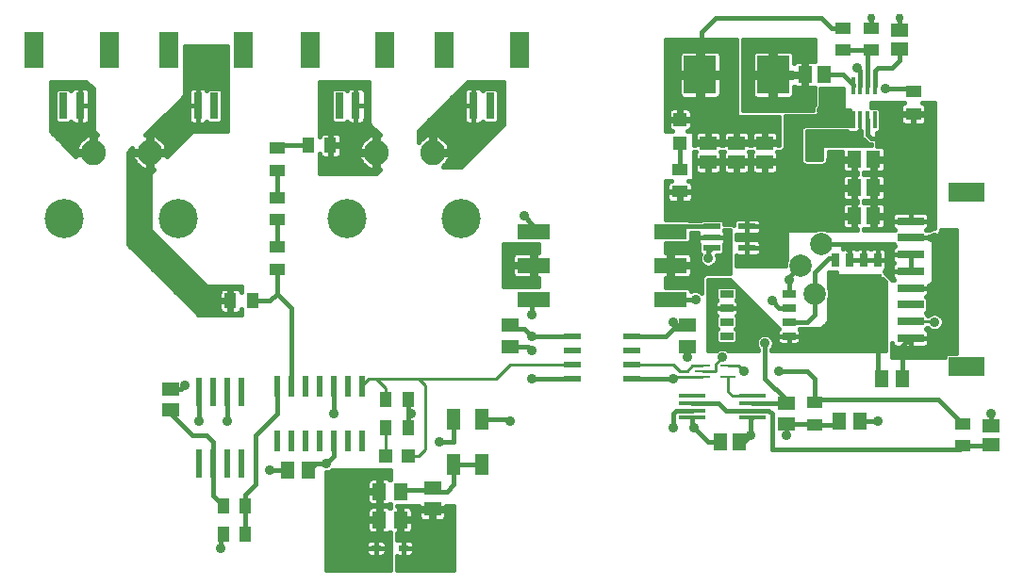
<source format=gtl>
G75*
%MOIN*%
%OFA0B0*%
%FSLAX25Y25*%
%IPPOS*%
%LPD*%
%AMOC8*
5,1,8,0,0,1.08239X$1,22.5*
%
%ADD10R,0.03150X0.09449*%
%ADD11R,0.07087X0.12992*%
%ADD12R,0.06102X0.02362*%
%ADD13R,0.05906X0.05118*%
%ADD14R,0.05000X0.02500*%
%ADD15R,0.02600X0.05000*%
%ADD16C,0.03500*%
%ADD17R,0.17600X0.16800*%
%ADD18C,0.07874*%
%ADD19R,0.05118X0.05906*%
%ADD20R,0.05512X0.04331*%
%ADD21R,0.11220X0.13386*%
%ADD22R,0.01772X0.06102*%
%ADD23R,0.04724X0.04724*%
%ADD24R,0.04331X0.05512*%
%ADD25R,0.11437X0.05500*%
%ADD26R,0.04724X0.07283*%
%ADD27R,0.03543X0.02362*%
%ADD28R,0.09449X0.03150*%
%ADD29R,0.12992X0.07087*%
%ADD30C,0.13843*%
%ADD31C,0.08858*%
%ADD32R,0.09646X0.01772*%
%ADD33R,0.05709X0.00984*%
%ADD34R,0.02200X0.07800*%
%ADD35R,0.02362X0.10039*%
%ADD36C,0.01600*%
%ADD37C,0.03543*%
%ADD38C,0.01000*%
%ADD39C,0.02969*%
D10*
X0054047Y0203500D03*
X0059953Y0203500D03*
X0101547Y0203500D03*
X0107453Y0203500D03*
X0151547Y0203500D03*
X0157453Y0203500D03*
X0199047Y0203500D03*
X0204953Y0203500D03*
D11*
X0215189Y0223382D03*
X0188811Y0223382D03*
X0167689Y0223382D03*
X0141311Y0223382D03*
X0117689Y0223382D03*
X0091311Y0223382D03*
X0070189Y0223382D03*
X0043811Y0223382D03*
D12*
X0233870Y0122000D03*
X0233870Y0117000D03*
X0233870Y0112000D03*
X0233870Y0107000D03*
X0255130Y0107000D03*
X0255130Y0112000D03*
X0255130Y0117000D03*
X0255130Y0122000D03*
X0283201Y0153260D03*
X0283201Y0157000D03*
X0283201Y0160740D03*
X0295799Y0160740D03*
X0295799Y0153260D03*
D13*
X0274500Y0125740D03*
X0274500Y0118260D03*
X0309500Y0098240D03*
X0309500Y0090760D03*
X0382000Y0090346D03*
X0382000Y0083654D03*
X0302000Y0183654D03*
X0292000Y0183654D03*
X0292000Y0190346D03*
X0302000Y0190346D03*
X0282000Y0190346D03*
X0282000Y0183654D03*
X0349500Y0223654D03*
X0349500Y0230346D03*
X0212000Y0125740D03*
X0212000Y0118260D03*
X0184500Y0068240D03*
X0184500Y0060760D03*
X0092000Y0095760D03*
X0092000Y0103240D03*
D14*
X0288500Y0122000D03*
X0288500Y0127000D03*
X0288500Y0132000D03*
X0288500Y0137000D03*
X0310500Y0137000D03*
X0310500Y0132000D03*
X0310500Y0127000D03*
X0310500Y0122000D03*
D15*
X0327000Y0125000D03*
X0332000Y0125000D03*
X0337000Y0125000D03*
X0342000Y0125000D03*
X0342000Y0149000D03*
X0337000Y0149000D03*
X0332000Y0149000D03*
X0327000Y0149000D03*
D16*
X0329500Y0142000D03*
X0334500Y0142000D03*
X0334500Y0137000D03*
X0334500Y0132000D03*
X0329500Y0132000D03*
X0329500Y0137000D03*
X0339500Y0137000D03*
X0339500Y0132000D03*
X0339500Y0142000D03*
D17*
X0334500Y0135700D03*
D18*
X0319500Y0137000D03*
X0314500Y0147000D03*
X0322000Y0154500D03*
D19*
X0333654Y0164500D03*
X0340346Y0164500D03*
X0340346Y0174500D03*
X0333654Y0174500D03*
X0333654Y0184500D03*
X0340346Y0184500D03*
X0322846Y0214500D03*
X0316154Y0214500D03*
X0343260Y0107000D03*
X0350740Y0107000D03*
X0335740Y0092000D03*
X0328260Y0092000D03*
X0292846Y0084500D03*
X0286154Y0084500D03*
X0173240Y0067000D03*
X0165760Y0067000D03*
X0165760Y0057000D03*
X0173240Y0057000D03*
X0140740Y0074500D03*
X0133260Y0074500D03*
D20*
X0129500Y0145563D03*
X0129500Y0153437D03*
X0129500Y0163063D03*
X0129500Y0170937D03*
X0129500Y0180563D03*
X0129500Y0188437D03*
X0272000Y0180937D03*
X0272000Y0173063D03*
X0329500Y0223063D03*
X0329500Y0230937D03*
X0339500Y0230937D03*
X0339500Y0223063D03*
X0354500Y0208437D03*
X0354500Y0200563D03*
X0319500Y0098437D03*
X0319500Y0090563D03*
X0372000Y0090937D03*
X0372000Y0083063D03*
D21*
X0304894Y0214500D03*
X0279106Y0214500D03*
D22*
X0333161Y0210602D03*
X0335720Y0210602D03*
X0338280Y0210602D03*
X0340839Y0210602D03*
X0340839Y0198398D03*
X0338280Y0198398D03*
X0335720Y0198398D03*
X0333161Y0198398D03*
D23*
X0272000Y0198634D03*
X0272000Y0190366D03*
X0176134Y0079500D03*
X0167866Y0079500D03*
D24*
X0168063Y0089500D03*
X0175937Y0089500D03*
X0175937Y0099500D03*
X0168063Y0099500D03*
X0120937Y0134500D03*
X0113063Y0134500D03*
X0140563Y0189500D03*
X0148437Y0189500D03*
X0118437Y0062000D03*
X0110563Y0062000D03*
X0110563Y0052000D03*
X0118437Y0052000D03*
D25*
X0220281Y0135000D03*
X0220281Y0147000D03*
X0220281Y0159000D03*
X0268719Y0159000D03*
X0268719Y0147000D03*
X0268719Y0135000D03*
D26*
X0202000Y0092472D03*
X0192000Y0092472D03*
X0192000Y0076528D03*
X0202000Y0076528D03*
D27*
X0174421Y0047000D03*
X0164579Y0047000D03*
D28*
X0353500Y0121331D03*
X0353500Y0127236D03*
X0353500Y0133142D03*
X0353500Y0139047D03*
X0353500Y0144953D03*
X0353500Y0150858D03*
X0353500Y0156764D03*
X0353500Y0162669D03*
D29*
X0373382Y0172906D03*
X0373382Y0111094D03*
D30*
X0194750Y0163400D03*
X0154250Y0163400D03*
X0094750Y0163400D03*
X0054250Y0163400D03*
D31*
X0064500Y0187000D03*
X0084500Y0187000D03*
X0164500Y0187000D03*
X0184500Y0187000D03*
D32*
X0276370Y0100839D03*
X0276370Y0098280D03*
X0276370Y0095720D03*
X0276370Y0093161D03*
X0297630Y0093161D03*
X0297630Y0095720D03*
X0297630Y0098280D03*
X0297630Y0100839D03*
D33*
X0289126Y0107531D03*
X0289126Y0111469D03*
X0279874Y0111469D03*
X0279874Y0109500D03*
X0279874Y0107531D03*
D34*
X0159500Y0104200D03*
X0154500Y0104200D03*
X0149500Y0104200D03*
X0144500Y0104200D03*
X0139500Y0104200D03*
X0134500Y0104200D03*
X0129500Y0104200D03*
X0129500Y0084800D03*
X0134500Y0084800D03*
X0139500Y0084800D03*
X0144500Y0084800D03*
X0149500Y0084800D03*
X0154500Y0084800D03*
X0159500Y0084800D03*
D35*
X0117000Y0076902D03*
X0112000Y0076902D03*
X0107000Y0076902D03*
X0102000Y0076902D03*
X0102000Y0102098D03*
X0107000Y0102098D03*
X0112000Y0102098D03*
X0117000Y0102098D03*
D36*
X0112000Y0102098D02*
X0112000Y0092000D01*
X0104500Y0087000D02*
X0107000Y0084500D01*
X0107000Y0076902D01*
X0107000Y0065563D01*
X0110563Y0062000D01*
X0118437Y0062000D02*
X0118437Y0065937D01*
X0122000Y0069500D01*
X0122000Y0087000D01*
X0129500Y0094500D01*
X0129500Y0104200D01*
X0134500Y0104200D02*
X0134500Y0132000D01*
X0129500Y0137000D01*
X0127000Y0134500D01*
X0120937Y0134500D01*
X0117000Y0131401D02*
X0117000Y0129500D01*
X0102000Y0129500D01*
X0077000Y0154500D01*
X0077000Y0187000D01*
X0078418Y0188418D01*
X0078300Y0187676D01*
X0083824Y0187676D01*
X0083824Y0193200D01*
X0083082Y0193082D01*
X0097000Y0207000D01*
X0097000Y0224500D01*
X0112000Y0224500D01*
X0112000Y0194500D01*
X0099500Y0194500D01*
X0090582Y0185582D01*
X0090700Y0186324D01*
X0085176Y0186324D01*
X0085176Y0187676D01*
X0090700Y0187676D01*
X0090576Y0188459D01*
X0090273Y0189391D01*
X0089828Y0190265D01*
X0089251Y0191058D01*
X0088558Y0191751D01*
X0087765Y0192328D01*
X0086891Y0192773D01*
X0085959Y0193076D01*
X0085176Y0193200D01*
X0085176Y0187676D01*
X0083824Y0187676D01*
X0083824Y0186324D01*
X0085176Y0186324D01*
X0085176Y0180800D01*
X0085918Y0180918D01*
X0084500Y0179500D01*
X0084500Y0159500D01*
X0104500Y0139500D01*
X0117000Y0139500D01*
X0117000Y0137599D01*
X0116906Y0137951D01*
X0116669Y0138361D01*
X0116334Y0138696D01*
X0115923Y0138933D01*
X0115465Y0139056D01*
X0113346Y0139056D01*
X0113346Y0134783D01*
X0112780Y0134783D01*
X0112780Y0139056D01*
X0110661Y0139056D01*
X0110203Y0138933D01*
X0109792Y0138696D01*
X0109457Y0138361D01*
X0109220Y0137951D01*
X0109098Y0137493D01*
X0109098Y0134783D01*
X0112780Y0134783D01*
X0112780Y0134217D01*
X0113346Y0134217D01*
X0113346Y0129944D01*
X0115465Y0129944D01*
X0115923Y0130067D01*
X0116334Y0130304D01*
X0116669Y0130639D01*
X0116906Y0131049D01*
X0117000Y0131401D01*
X0117000Y0131312D02*
X0116976Y0131312D01*
X0117000Y0129714D02*
X0101786Y0129714D01*
X0100188Y0131312D02*
X0109150Y0131312D01*
X0109098Y0131507D02*
X0109220Y0131049D01*
X0109457Y0130639D01*
X0109792Y0130304D01*
X0110203Y0130067D01*
X0110661Y0129944D01*
X0112780Y0129944D01*
X0112780Y0134217D01*
X0109098Y0134217D01*
X0109098Y0131507D01*
X0109098Y0132911D02*
X0098589Y0132911D01*
X0096991Y0134509D02*
X0112780Y0134509D01*
X0112780Y0132911D02*
X0113346Y0132911D01*
X0113346Y0131312D02*
X0112780Y0131312D01*
X0112780Y0136108D02*
X0113346Y0136108D01*
X0113346Y0137706D02*
X0112780Y0137706D01*
X0109155Y0137706D02*
X0093794Y0137706D01*
X0095392Y0136108D02*
X0109098Y0136108D01*
X0103097Y0140903D02*
X0090597Y0140903D01*
X0092195Y0139305D02*
X0117000Y0139305D01*
X0116971Y0137706D02*
X0117000Y0137706D01*
X0129500Y0137000D02*
X0129500Y0145563D01*
X0129500Y0153437D02*
X0129500Y0163063D01*
X0129500Y0170937D02*
X0129500Y0180563D01*
X0129500Y0188437D02*
X0130563Y0189500D01*
X0140563Y0189500D01*
X0144500Y0192599D02*
X0144500Y0212000D01*
X0162000Y0212000D01*
X0162000Y0197000D01*
X0165918Y0193082D01*
X0165176Y0193200D01*
X0165176Y0187676D01*
X0163824Y0187676D01*
X0163824Y0193200D01*
X0163041Y0193076D01*
X0162109Y0192773D01*
X0161235Y0192328D01*
X0160442Y0191751D01*
X0159749Y0191058D01*
X0159172Y0190265D01*
X0158727Y0189391D01*
X0158424Y0188459D01*
X0158300Y0187676D01*
X0163824Y0187676D01*
X0163824Y0186324D01*
X0165176Y0186324D01*
X0165176Y0180800D01*
X0165918Y0180918D01*
X0164500Y0179500D01*
X0144500Y0179500D01*
X0144500Y0186401D01*
X0144594Y0186049D01*
X0144831Y0185639D01*
X0145166Y0185304D01*
X0145577Y0185067D01*
X0146035Y0184944D01*
X0148154Y0184944D01*
X0148154Y0189217D01*
X0148720Y0189217D01*
X0148720Y0189783D01*
X0148154Y0189783D01*
X0148154Y0194056D01*
X0146035Y0194056D01*
X0145577Y0193933D01*
X0145166Y0193696D01*
X0144831Y0193361D01*
X0144594Y0192951D01*
X0144500Y0192599D01*
X0144500Y0193654D02*
X0145124Y0193654D01*
X0144500Y0195253D02*
X0163747Y0195253D01*
X0162149Y0196851D02*
X0144500Y0196851D01*
X0144500Y0198450D02*
X0148572Y0198450D01*
X0148572Y0198196D02*
X0149393Y0197376D01*
X0153702Y0197376D01*
X0154276Y0197950D01*
X0154438Y0197670D01*
X0154773Y0197335D01*
X0155183Y0197098D01*
X0155641Y0196976D01*
X0157453Y0196976D01*
X0159265Y0196976D01*
X0159722Y0197098D01*
X0160133Y0197335D01*
X0160468Y0197670D01*
X0160705Y0198081D01*
X0160828Y0198539D01*
X0160828Y0203500D01*
X0160828Y0208461D01*
X0160705Y0208919D01*
X0160468Y0209330D01*
X0160133Y0209665D01*
X0159722Y0209902D01*
X0159265Y0210024D01*
X0157453Y0210024D01*
X0157453Y0203500D01*
X0160828Y0203500D01*
X0157453Y0203500D01*
X0157453Y0203500D01*
X0157453Y0203500D01*
X0157453Y0196976D01*
X0157453Y0203500D01*
X0157453Y0203500D01*
X0157453Y0210024D01*
X0155641Y0210024D01*
X0155183Y0209902D01*
X0154773Y0209665D01*
X0154438Y0209330D01*
X0154276Y0209050D01*
X0153702Y0209624D01*
X0149393Y0209624D01*
X0148572Y0208804D01*
X0148572Y0198196D01*
X0148572Y0200048D02*
X0144500Y0200048D01*
X0144500Y0201647D02*
X0148572Y0201647D01*
X0148572Y0203245D02*
X0144500Y0203245D01*
X0144500Y0204844D02*
X0148572Y0204844D01*
X0148572Y0206442D02*
X0144500Y0206442D01*
X0144500Y0208041D02*
X0148572Y0208041D01*
X0144500Y0209639D02*
X0154747Y0209639D01*
X0157453Y0209639D02*
X0157453Y0209639D01*
X0157453Y0208041D02*
X0157453Y0208041D01*
X0157453Y0206442D02*
X0157453Y0206442D01*
X0157453Y0204844D02*
X0157453Y0204844D01*
X0157453Y0203245D02*
X0157453Y0203245D01*
X0157453Y0201647D02*
X0157453Y0201647D01*
X0157453Y0200048D02*
X0157453Y0200048D01*
X0157453Y0198450D02*
X0157453Y0198450D01*
X0160804Y0198450D02*
X0162000Y0198450D01*
X0162000Y0200048D02*
X0160828Y0200048D01*
X0160828Y0201647D02*
X0162000Y0201647D01*
X0162000Y0203245D02*
X0160828Y0203245D01*
X0160828Y0204844D02*
X0162000Y0204844D01*
X0162000Y0206442D02*
X0160828Y0206442D01*
X0160828Y0208041D02*
X0162000Y0208041D01*
X0162000Y0209639D02*
X0160158Y0209639D01*
X0162000Y0211238D02*
X0144500Y0211238D01*
X0148720Y0194056D02*
X0148720Y0189783D01*
X0152402Y0189783D01*
X0152402Y0192493D01*
X0152280Y0192951D01*
X0152043Y0193361D01*
X0151708Y0193696D01*
X0151297Y0193933D01*
X0150839Y0194056D01*
X0148720Y0194056D01*
X0148720Y0193654D02*
X0148154Y0193654D01*
X0148154Y0192056D02*
X0148720Y0192056D01*
X0148720Y0190457D02*
X0148154Y0190457D01*
X0148720Y0189217D02*
X0152402Y0189217D01*
X0152402Y0186507D01*
X0152280Y0186049D01*
X0152043Y0185639D01*
X0151708Y0185304D01*
X0151297Y0185067D01*
X0150839Y0184944D01*
X0148720Y0184944D01*
X0148720Y0189217D01*
X0148720Y0188859D02*
X0148154Y0188859D01*
X0148154Y0187260D02*
X0148720Y0187260D01*
X0148720Y0185662D02*
X0148154Y0185662D01*
X0144818Y0185662D02*
X0144500Y0185662D01*
X0144500Y0184063D02*
X0159005Y0184063D01*
X0159172Y0183735D02*
X0159749Y0182942D01*
X0160442Y0182249D01*
X0161235Y0181672D01*
X0162109Y0181227D01*
X0163041Y0180924D01*
X0163824Y0180800D01*
X0163824Y0186324D01*
X0158300Y0186324D01*
X0158424Y0185541D01*
X0158727Y0184609D01*
X0159172Y0183735D01*
X0160226Y0182465D02*
X0144500Y0182465D01*
X0144500Y0180866D02*
X0163409Y0180866D01*
X0163824Y0180866D02*
X0165176Y0180866D01*
X0165591Y0180866D02*
X0165866Y0180866D01*
X0165176Y0182465D02*
X0163824Y0182465D01*
X0163824Y0184063D02*
X0165176Y0184063D01*
X0165176Y0185662D02*
X0163824Y0185662D01*
X0163824Y0187260D02*
X0152402Y0187260D01*
X0152402Y0188859D02*
X0158554Y0188859D01*
X0159312Y0190457D02*
X0152402Y0190457D01*
X0152402Y0192056D02*
X0160861Y0192056D01*
X0163824Y0192056D02*
X0165176Y0192056D01*
X0165176Y0190457D02*
X0163824Y0190457D01*
X0163824Y0188859D02*
X0165176Y0188859D01*
X0158405Y0185662D02*
X0152056Y0185662D01*
X0151750Y0193654D02*
X0165346Y0193654D01*
X0179500Y0193654D02*
X0206154Y0193654D01*
X0204556Y0192056D02*
X0188139Y0192056D01*
X0187765Y0192328D02*
X0186891Y0192773D01*
X0185959Y0193076D01*
X0185176Y0193200D01*
X0185176Y0187676D01*
X0190700Y0187676D01*
X0190576Y0188459D01*
X0190273Y0189391D01*
X0189828Y0190265D01*
X0189251Y0191058D01*
X0188558Y0191751D01*
X0187765Y0192328D01*
X0185176Y0192056D02*
X0183824Y0192056D01*
X0183824Y0193200D02*
X0183041Y0193076D01*
X0182109Y0192773D01*
X0181235Y0192328D01*
X0180442Y0191751D01*
X0179749Y0191058D01*
X0179500Y0190716D01*
X0179500Y0194500D01*
X0197000Y0212000D01*
X0209500Y0212000D01*
X0209500Y0197000D01*
X0194500Y0182000D01*
X0188216Y0182000D01*
X0188558Y0182249D01*
X0189251Y0182942D01*
X0189828Y0183735D01*
X0190273Y0184609D01*
X0190576Y0185541D01*
X0190700Y0186324D01*
X0185176Y0186324D01*
X0185176Y0187676D01*
X0183824Y0187676D01*
X0183824Y0193200D01*
X0183824Y0190457D02*
X0185176Y0190457D01*
X0185176Y0188859D02*
X0183824Y0188859D01*
X0185176Y0187260D02*
X0199760Y0187260D01*
X0198162Y0185662D02*
X0190595Y0185662D01*
X0189995Y0184063D02*
X0196563Y0184063D01*
X0194965Y0182465D02*
X0188774Y0182465D01*
X0190446Y0188859D02*
X0201359Y0188859D01*
X0202957Y0190457D02*
X0189688Y0190457D01*
X0196367Y0197335D02*
X0196778Y0197098D01*
X0197235Y0196976D01*
X0199047Y0196976D01*
X0199047Y0203500D01*
X0199047Y0203500D01*
X0195672Y0203500D01*
X0195672Y0208461D01*
X0195795Y0208919D01*
X0196032Y0209330D01*
X0196367Y0209665D01*
X0196778Y0209902D01*
X0197235Y0210024D01*
X0199047Y0210024D01*
X0199047Y0203500D01*
X0195672Y0203500D01*
X0195672Y0198539D01*
X0195795Y0198081D01*
X0196032Y0197670D01*
X0196367Y0197335D01*
X0195696Y0198450D02*
X0183450Y0198450D01*
X0185048Y0200048D02*
X0195672Y0200048D01*
X0195672Y0201647D02*
X0186647Y0201647D01*
X0188245Y0203245D02*
X0195672Y0203245D01*
X0195672Y0204844D02*
X0189844Y0204844D01*
X0191442Y0206442D02*
X0195672Y0206442D01*
X0195672Y0208041D02*
X0193041Y0208041D01*
X0194639Y0209639D02*
X0196342Y0209639D01*
X0196238Y0211238D02*
X0209500Y0211238D01*
X0209500Y0209639D02*
X0201753Y0209639D01*
X0201727Y0209665D02*
X0201317Y0209902D01*
X0200859Y0210024D01*
X0199047Y0210024D01*
X0199047Y0203500D01*
X0199047Y0203500D01*
X0199047Y0203500D01*
X0199047Y0196976D01*
X0200859Y0196976D01*
X0201317Y0197098D01*
X0201727Y0197335D01*
X0202062Y0197670D01*
X0202224Y0197950D01*
X0202798Y0197376D01*
X0207107Y0197376D01*
X0207928Y0198196D01*
X0207928Y0208804D01*
X0207107Y0209624D01*
X0202798Y0209624D01*
X0202224Y0209050D01*
X0202062Y0209330D01*
X0201727Y0209665D01*
X0199047Y0209639D02*
X0199047Y0209639D01*
X0199047Y0208041D02*
X0199047Y0208041D01*
X0199047Y0206442D02*
X0199047Y0206442D01*
X0199047Y0204844D02*
X0199047Y0204844D01*
X0199047Y0203245D02*
X0199047Y0203245D01*
X0199047Y0201647D02*
X0199047Y0201647D01*
X0199047Y0200048D02*
X0199047Y0200048D01*
X0199047Y0198450D02*
X0199047Y0198450D01*
X0207928Y0198450D02*
X0209500Y0198450D01*
X0209500Y0200048D02*
X0207928Y0200048D01*
X0207928Y0201647D02*
X0209500Y0201647D01*
X0209500Y0203245D02*
X0207928Y0203245D01*
X0207928Y0204844D02*
X0209500Y0204844D01*
X0209500Y0206442D02*
X0207928Y0206442D01*
X0207928Y0208041D02*
X0209500Y0208041D01*
X0209351Y0196851D02*
X0181851Y0196851D01*
X0180253Y0195253D02*
X0207753Y0195253D01*
X0180861Y0192056D02*
X0179500Y0192056D01*
X0217000Y0164500D02*
X0219781Y0161719D01*
X0219781Y0159500D01*
X0220281Y0159000D01*
X0222000Y0154500D02*
X0209500Y0154500D01*
X0209500Y0139500D01*
X0222000Y0139500D01*
X0222000Y0142450D01*
X0220856Y0142450D01*
X0220856Y0146425D01*
X0219706Y0146425D01*
X0212763Y0146425D01*
X0212763Y0144013D01*
X0212886Y0143555D01*
X0213123Y0143145D01*
X0213458Y0142810D01*
X0213868Y0142573D01*
X0214326Y0142450D01*
X0219706Y0142450D01*
X0219706Y0146425D01*
X0219706Y0147575D01*
X0212763Y0147575D01*
X0212763Y0149987D01*
X0212886Y0150445D01*
X0213123Y0150855D01*
X0213458Y0151190D01*
X0213868Y0151427D01*
X0214326Y0151550D01*
X0219706Y0151550D01*
X0219706Y0147575D01*
X0220856Y0147575D01*
X0220856Y0151550D01*
X0222000Y0151550D01*
X0222000Y0154500D01*
X0222000Y0153691D02*
X0209500Y0153691D01*
X0209500Y0152093D02*
X0222000Y0152093D01*
X0220856Y0150494D02*
X0219706Y0150494D01*
X0219706Y0148896D02*
X0220856Y0148896D01*
X0219706Y0147297D02*
X0209500Y0147297D01*
X0209500Y0145699D02*
X0212763Y0145699D01*
X0212763Y0144100D02*
X0209500Y0144100D01*
X0209500Y0142502D02*
X0214133Y0142502D01*
X0209500Y0140903D02*
X0222000Y0140903D01*
X0220856Y0142502D02*
X0219706Y0142502D01*
X0219706Y0144100D02*
X0220856Y0144100D01*
X0220856Y0145699D02*
X0219706Y0145699D01*
X0212763Y0148896D02*
X0209500Y0148896D01*
X0209500Y0150494D02*
X0212914Y0150494D01*
X0220281Y0135000D02*
X0219500Y0134219D01*
X0219500Y0129500D01*
X0217000Y0124500D02*
X0213240Y0124500D01*
X0212000Y0125740D01*
X0217000Y0124500D02*
X0219500Y0122000D01*
X0233870Y0122000D01*
X0219500Y0117000D02*
X0218240Y0118260D01*
X0212000Y0118260D01*
X0219500Y0107000D02*
X0233870Y0107000D01*
X0255130Y0107000D02*
X0269500Y0107000D01*
X0270031Y0107531D01*
X0274500Y0114500D02*
X0274500Y0118260D01*
X0282000Y0118524D02*
X0298971Y0118524D01*
X0298828Y0118869D02*
X0299311Y0117703D01*
X0299800Y0117215D01*
X0299800Y0117000D01*
X0288985Y0117000D01*
X0288797Y0117189D01*
X0287631Y0117672D01*
X0286369Y0117672D01*
X0285203Y0117189D01*
X0285015Y0117000D01*
X0282000Y0117000D01*
X0282000Y0142000D01*
X0289500Y0142000D01*
X0306852Y0124648D01*
X0306560Y0124355D01*
X0306323Y0123945D01*
X0306200Y0123487D01*
X0306200Y0122000D01*
X0310500Y0122000D01*
X0314800Y0122000D01*
X0314800Y0123487D01*
X0314677Y0123945D01*
X0314440Y0124355D01*
X0314296Y0124500D01*
X0317000Y0124500D01*
X0322000Y0124500D01*
X0324500Y0127000D01*
X0324500Y0135125D01*
X0324837Y0135938D01*
X0324837Y0138062D01*
X0324500Y0138875D01*
X0324500Y0144500D01*
X0327300Y0144500D01*
X0327300Y0143589D01*
X0328589Y0142300D01*
X0343589Y0142300D01*
X0344500Y0141389D01*
X0344500Y0117000D01*
X0317000Y0117000D01*
X0317000Y0124500D01*
X0317000Y0117000D01*
X0304200Y0117000D01*
X0304200Y0117215D01*
X0304689Y0117703D01*
X0305172Y0118869D01*
X0305172Y0120131D01*
X0304689Y0121297D01*
X0303797Y0122189D01*
X0302631Y0122672D01*
X0301369Y0122672D01*
X0300203Y0122189D01*
X0299311Y0121297D01*
X0298828Y0120131D01*
X0298828Y0118869D01*
X0298828Y0120123D02*
X0292352Y0120123D01*
X0292400Y0120170D02*
X0292400Y0123830D01*
X0291730Y0124500D01*
X0292400Y0125170D01*
X0292400Y0128830D01*
X0291988Y0129242D01*
X0292105Y0129310D01*
X0292440Y0129645D01*
X0292677Y0130055D01*
X0292800Y0130513D01*
X0292800Y0132000D01*
X0292800Y0133487D01*
X0292677Y0133945D01*
X0292440Y0134355D01*
X0292105Y0134690D01*
X0291988Y0134758D01*
X0292400Y0135170D01*
X0292400Y0138830D01*
X0291580Y0139650D01*
X0285420Y0139650D01*
X0284600Y0138830D01*
X0284600Y0135170D01*
X0285012Y0134758D01*
X0284895Y0134690D01*
X0284560Y0134355D01*
X0284323Y0133945D01*
X0284200Y0133487D01*
X0284200Y0132000D01*
X0288500Y0132000D01*
X0292800Y0132000D01*
X0288500Y0132000D01*
X0288500Y0132000D01*
X0288500Y0132000D01*
X0284200Y0132000D01*
X0284200Y0130513D01*
X0284323Y0130055D01*
X0284560Y0129645D01*
X0284895Y0129310D01*
X0285012Y0129242D01*
X0284600Y0128830D01*
X0284600Y0125170D01*
X0285270Y0124500D01*
X0284600Y0123830D01*
X0284600Y0120170D01*
X0285420Y0119350D01*
X0291580Y0119350D01*
X0292400Y0120170D01*
X0292400Y0121721D02*
X0299736Y0121721D01*
X0302000Y0119500D02*
X0302000Y0107000D01*
X0309500Y0099500D01*
X0309500Y0098240D01*
X0309461Y0098280D01*
X0297630Y0098280D01*
X0297630Y0095720D02*
X0303280Y0095720D01*
X0304500Y0094500D01*
X0304500Y0082000D01*
X0370937Y0082000D01*
X0372000Y0083063D01*
X0381409Y0083063D01*
X0382000Y0083654D01*
X0372000Y0090937D02*
X0363437Y0099500D01*
X0320563Y0099500D01*
X0319500Y0098437D01*
X0319500Y0102000D01*
X0319500Y0098437D02*
X0319500Y0107000D01*
X0317000Y0109500D01*
X0307000Y0109500D01*
X0305029Y0118524D02*
X0317000Y0118524D01*
X0344500Y0118524D01*
X0344500Y0120123D02*
X0317000Y0120123D01*
X0314695Y0120123D01*
X0314677Y0120055D02*
X0314800Y0120513D01*
X0314800Y0122000D01*
X0310500Y0122000D01*
X0310500Y0122000D01*
X0310500Y0122000D01*
X0310500Y0118950D01*
X0313237Y0118950D01*
X0313695Y0119073D01*
X0314105Y0119310D01*
X0314440Y0119645D01*
X0314677Y0120055D01*
X0314800Y0121721D02*
X0317000Y0121721D01*
X0344500Y0121721D01*
X0344500Y0123320D02*
X0317000Y0123320D01*
X0314800Y0123320D01*
X0310500Y0122000D02*
X0310500Y0122000D01*
X0306200Y0122000D01*
X0306200Y0120513D01*
X0306323Y0120055D01*
X0306560Y0119645D01*
X0306895Y0119310D01*
X0307305Y0119073D01*
X0307763Y0118950D01*
X0310500Y0118950D01*
X0310500Y0122000D01*
X0310500Y0121721D02*
X0310500Y0121721D01*
X0310500Y0120123D02*
X0310500Y0120123D01*
X0306305Y0120123D02*
X0305172Y0120123D01*
X0304264Y0121721D02*
X0306200Y0121721D01*
X0306200Y0123320D02*
X0292400Y0123320D01*
X0292148Y0124918D02*
X0306582Y0124918D01*
X0304983Y0126517D02*
X0292400Y0126517D01*
X0292400Y0128115D02*
X0303385Y0128115D01*
X0301786Y0129714D02*
X0292480Y0129714D01*
X0292800Y0131312D02*
X0300188Y0131312D01*
X0298589Y0132911D02*
X0292800Y0132911D01*
X0292286Y0134509D02*
X0296991Y0134509D01*
X0295392Y0136108D02*
X0292400Y0136108D01*
X0292400Y0137706D02*
X0293794Y0137706D01*
X0292195Y0139305D02*
X0291925Y0139305D01*
X0290597Y0140903D02*
X0282000Y0140903D01*
X0282000Y0139305D02*
X0285075Y0139305D01*
X0284600Y0137706D02*
X0282000Y0137706D01*
X0282000Y0136108D02*
X0284600Y0136108D01*
X0284714Y0134509D02*
X0282000Y0134509D01*
X0282000Y0132911D02*
X0284200Y0132911D01*
X0284200Y0131312D02*
X0282000Y0131312D01*
X0282000Y0129714D02*
X0284520Y0129714D01*
X0284600Y0128115D02*
X0282000Y0128115D01*
X0282000Y0126517D02*
X0284600Y0126517D01*
X0284852Y0124918D02*
X0282000Y0124918D01*
X0282000Y0123320D02*
X0284600Y0123320D01*
X0284600Y0121721D02*
X0282000Y0121721D01*
X0282000Y0120123D02*
X0284648Y0120123D01*
X0274500Y0125740D02*
X0270760Y0125740D01*
X0269500Y0127000D01*
X0269500Y0124500D02*
X0273260Y0124500D01*
X0274500Y0125740D01*
X0269500Y0124500D02*
X0267000Y0122000D01*
X0255130Y0122000D01*
X0268719Y0135000D02*
X0277500Y0135000D01*
X0279800Y0137185D02*
X0279297Y0137689D01*
X0278131Y0138172D01*
X0276869Y0138172D01*
X0275837Y0137744D01*
X0275837Y0138330D01*
X0275017Y0139150D01*
X0267000Y0139150D01*
X0267000Y0142450D01*
X0268143Y0142450D01*
X0268143Y0146425D01*
X0269294Y0146425D01*
X0269294Y0147575D01*
X0276237Y0147575D01*
X0276237Y0149987D01*
X0276114Y0150445D01*
X0275877Y0150855D01*
X0275542Y0151190D01*
X0275132Y0151427D01*
X0274674Y0151550D01*
X0269294Y0151550D01*
X0269294Y0147575D01*
X0268143Y0147575D01*
X0268143Y0151550D01*
X0267000Y0151550D01*
X0267000Y0154850D01*
X0275017Y0154850D01*
X0275837Y0155670D01*
X0275837Y0158540D01*
X0278382Y0158540D01*
X0278350Y0158418D01*
X0278350Y0157000D01*
X0278350Y0155582D01*
X0278472Y0155124D01*
X0278709Y0154714D01*
X0278750Y0154673D01*
X0278750Y0151499D01*
X0279206Y0151042D01*
X0278828Y0150131D01*
X0278828Y0148869D01*
X0279311Y0147703D01*
X0280203Y0146811D01*
X0281369Y0146328D01*
X0282631Y0146328D01*
X0283797Y0146811D01*
X0284689Y0147703D01*
X0285172Y0148869D01*
X0285172Y0150131D01*
X0284945Y0150679D01*
X0286832Y0150679D01*
X0287652Y0151499D01*
X0287652Y0154673D01*
X0287692Y0154714D01*
X0287929Y0155124D01*
X0288052Y0155582D01*
X0288052Y0157000D01*
X0288052Y0158418D01*
X0287929Y0158876D01*
X0287692Y0159286D01*
X0287652Y0159327D01*
X0287652Y0159500D01*
X0289500Y0159500D01*
X0289500Y0144200D01*
X0281089Y0144200D01*
X0279800Y0142911D01*
X0279800Y0137185D01*
X0279800Y0137706D02*
X0279255Y0137706D01*
X0279800Y0139305D02*
X0267000Y0139305D01*
X0267000Y0140903D02*
X0279800Y0140903D01*
X0279800Y0142502D02*
X0274867Y0142502D01*
X0274674Y0142450D02*
X0275132Y0142573D01*
X0275542Y0142810D01*
X0275877Y0143145D01*
X0276114Y0143555D01*
X0276237Y0144013D01*
X0276237Y0146425D01*
X0269294Y0146425D01*
X0269294Y0142450D01*
X0274674Y0142450D01*
X0276237Y0144100D02*
X0280989Y0144100D01*
X0276237Y0145699D02*
X0289500Y0145699D01*
X0289500Y0147297D02*
X0284283Y0147297D01*
X0285172Y0148896D02*
X0289500Y0148896D01*
X0289500Y0150494D02*
X0285021Y0150494D01*
X0287652Y0152093D02*
X0289500Y0152093D01*
X0289500Y0153691D02*
X0287652Y0153691D01*
X0287974Y0155290D02*
X0289500Y0155290D01*
X0289500Y0156888D02*
X0288052Y0156888D01*
X0288052Y0157000D02*
X0283201Y0157000D01*
X0288052Y0157000D01*
X0288034Y0158487D02*
X0289500Y0158487D01*
X0292000Y0157912D02*
X0292000Y0156088D01*
X0292053Y0156118D01*
X0292511Y0156241D01*
X0295799Y0156241D01*
X0295799Y0153260D01*
X0295799Y0153260D01*
X0295799Y0156241D01*
X0299087Y0156241D01*
X0299545Y0156118D01*
X0299956Y0155881D01*
X0300291Y0155546D01*
X0300528Y0155136D01*
X0300650Y0154678D01*
X0300650Y0153260D01*
X0295799Y0153260D01*
X0295799Y0153260D01*
X0295799Y0150279D01*
X0292511Y0150279D01*
X0292053Y0150401D01*
X0292000Y0150432D01*
X0292000Y0147000D01*
X0309163Y0147000D01*
X0309163Y0148062D01*
X0309500Y0148875D01*
X0309500Y0164500D01*
X0292000Y0164500D01*
X0292000Y0163568D01*
X0292053Y0163599D01*
X0292511Y0163721D01*
X0295799Y0163721D01*
X0295799Y0160740D01*
X0295799Y0160740D01*
X0295799Y0157759D01*
X0292511Y0157759D01*
X0292053Y0157882D01*
X0292000Y0157912D01*
X0292000Y0156888D02*
X0309500Y0156888D01*
X0309500Y0155290D02*
X0300439Y0155290D01*
X0300650Y0153691D02*
X0309500Y0153691D01*
X0309500Y0152093D02*
X0300650Y0152093D01*
X0300650Y0151842D02*
X0300650Y0153260D01*
X0295799Y0153260D01*
X0295799Y0153260D01*
X0295799Y0150279D01*
X0299087Y0150279D01*
X0299545Y0150401D01*
X0299956Y0150638D01*
X0300291Y0150974D01*
X0300528Y0151384D01*
X0300650Y0151842D01*
X0299706Y0150494D02*
X0309500Y0150494D01*
X0309500Y0148896D02*
X0292000Y0148896D01*
X0292000Y0147297D02*
X0309163Y0147297D01*
X0310500Y0143000D02*
X0314500Y0147000D01*
X0310500Y0143000D02*
X0310500Y0142000D01*
X0310500Y0137000D01*
X0310500Y0132000D02*
X0307000Y0132000D01*
X0304500Y0134500D01*
X0310500Y0127000D02*
X0317000Y0127000D01*
X0319500Y0129500D01*
X0319500Y0137000D01*
X0319500Y0144500D01*
X0324500Y0149500D01*
X0326500Y0149500D01*
X0327000Y0149000D01*
X0329500Y0152846D02*
X0329500Y0154500D01*
X0322000Y0154500D01*
X0320125Y0159500D02*
X0300650Y0159500D01*
X0300650Y0160740D01*
X0300650Y0159322D01*
X0300528Y0158864D01*
X0300291Y0158454D01*
X0299956Y0158119D01*
X0299545Y0157882D01*
X0299087Y0157759D01*
X0295799Y0157759D01*
X0295799Y0160740D01*
X0295799Y0160740D01*
X0295799Y0163721D01*
X0292511Y0163721D01*
X0292053Y0163599D01*
X0291643Y0163362D01*
X0291308Y0163026D01*
X0291071Y0162616D01*
X0290948Y0162158D01*
X0290948Y0161163D01*
X0290411Y0161700D01*
X0287652Y0161700D01*
X0287652Y0162501D01*
X0286832Y0163321D01*
X0279570Y0163321D01*
X0279189Y0162940D01*
X0275227Y0162940D01*
X0275017Y0163150D01*
X0267000Y0163150D01*
X0267000Y0177000D01*
X0268901Y0177000D01*
X0268549Y0176906D01*
X0268139Y0176669D01*
X0267804Y0176334D01*
X0267567Y0175923D01*
X0267444Y0175465D01*
X0267444Y0173346D01*
X0271717Y0173346D01*
X0271717Y0172780D01*
X0272283Y0172780D01*
X0272283Y0173346D01*
X0276556Y0173346D01*
X0276556Y0175465D01*
X0276433Y0175923D01*
X0276196Y0176334D01*
X0275861Y0176669D01*
X0275451Y0176906D01*
X0275099Y0177000D01*
X0277000Y0177000D01*
X0277000Y0187300D01*
X0277597Y0187300D01*
X0277370Y0186907D01*
X0277247Y0186450D01*
X0277247Y0184133D01*
X0281520Y0184133D01*
X0281520Y0183174D01*
X0277247Y0183174D01*
X0277247Y0180858D01*
X0277370Y0180400D01*
X0277607Y0179989D01*
X0277942Y0179654D01*
X0278352Y0179417D01*
X0278810Y0179294D01*
X0281520Y0179294D01*
X0281520Y0183174D01*
X0282480Y0183174D01*
X0282480Y0184133D01*
X0286753Y0184133D01*
X0286753Y0186450D01*
X0286630Y0186907D01*
X0286403Y0187300D01*
X0287597Y0187300D01*
X0287370Y0186907D01*
X0287247Y0186450D01*
X0287247Y0184133D01*
X0291520Y0184133D01*
X0291520Y0183174D01*
X0287247Y0183174D01*
X0287247Y0180858D01*
X0287370Y0180400D01*
X0287607Y0179989D01*
X0287942Y0179654D01*
X0288352Y0179417D01*
X0288810Y0179294D01*
X0291520Y0179294D01*
X0291520Y0183174D01*
X0292480Y0183174D01*
X0292480Y0184133D01*
X0296753Y0184133D01*
X0296753Y0186450D01*
X0296630Y0186907D01*
X0296403Y0187300D01*
X0297597Y0187300D01*
X0297370Y0186907D01*
X0297247Y0186450D01*
X0297247Y0184133D01*
X0301520Y0184133D01*
X0301520Y0183174D01*
X0297247Y0183174D01*
X0297247Y0180858D01*
X0297370Y0180400D01*
X0297607Y0179989D01*
X0297942Y0179654D01*
X0298352Y0179417D01*
X0298810Y0179294D01*
X0301520Y0179294D01*
X0301520Y0183174D01*
X0302480Y0183174D01*
X0302480Y0184133D01*
X0306753Y0184133D01*
X0306753Y0186450D01*
X0306630Y0186907D01*
X0306403Y0187300D01*
X0307911Y0187300D01*
X0309200Y0188589D01*
X0309200Y0199800D01*
X0320411Y0199800D01*
X0321700Y0201089D01*
X0321700Y0209500D01*
X0329500Y0209500D01*
X0329500Y0202000D01*
X0332000Y0202000D01*
X0332000Y0196700D01*
X0316089Y0196700D01*
X0314800Y0195411D01*
X0314800Y0183589D01*
X0316089Y0182300D01*
X0322911Y0182300D01*
X0324200Y0183589D01*
X0324200Y0184500D01*
X0324500Y0184500D01*
X0324500Y0187300D01*
X0329294Y0187300D01*
X0329294Y0184980D01*
X0333174Y0184980D01*
X0333174Y0184020D01*
X0334133Y0184020D01*
X0334133Y0179747D01*
X0334800Y0179747D01*
X0334800Y0179253D01*
X0334133Y0179253D01*
X0334133Y0174980D01*
X0333174Y0174980D01*
X0333174Y0179253D01*
X0330858Y0179253D01*
X0330400Y0179130D01*
X0329989Y0178893D01*
X0329654Y0178558D01*
X0329417Y0178148D01*
X0329294Y0177690D01*
X0329294Y0174980D01*
X0333174Y0174980D01*
X0333174Y0174020D01*
X0334133Y0174020D01*
X0334133Y0169747D01*
X0334800Y0169747D01*
X0334800Y0169253D01*
X0334133Y0169253D01*
X0334133Y0164980D01*
X0333174Y0164980D01*
X0333174Y0169253D01*
X0330858Y0169253D01*
X0330400Y0169130D01*
X0329989Y0168893D01*
X0329654Y0168558D01*
X0329417Y0168148D01*
X0329294Y0167690D01*
X0329294Y0164980D01*
X0333174Y0164980D01*
X0333174Y0164020D01*
X0334133Y0164020D01*
X0334133Y0159747D01*
X0334800Y0159747D01*
X0334800Y0159500D01*
X0323875Y0159500D01*
X0323062Y0159837D01*
X0320938Y0159837D01*
X0320125Y0159500D01*
X0329294Y0161310D02*
X0329294Y0164020D01*
X0333174Y0164020D01*
X0333174Y0159747D01*
X0330858Y0159747D01*
X0330400Y0159870D01*
X0329989Y0160107D01*
X0329654Y0160442D01*
X0329417Y0160852D01*
X0329294Y0161310D01*
X0329294Y0161684D02*
X0300650Y0161684D01*
X0309500Y0161684D01*
X0309500Y0163282D02*
X0300035Y0163282D01*
X0329294Y0163282D01*
X0329294Y0166479D02*
X0267000Y0166479D01*
X0267000Y0164881D02*
X0333174Y0164881D01*
X0333174Y0166479D02*
X0334133Y0166479D01*
X0334133Y0168078D02*
X0333174Y0168078D01*
X0333174Y0169747D02*
X0333174Y0174020D01*
X0329294Y0174020D01*
X0329294Y0171310D01*
X0329417Y0170852D01*
X0329654Y0170442D01*
X0329989Y0170107D01*
X0330400Y0169870D01*
X0330858Y0169747D01*
X0333174Y0169747D01*
X0333174Y0171275D02*
X0334133Y0171275D01*
X0334133Y0172873D02*
X0333174Y0172873D01*
X0333174Y0174472D02*
X0276556Y0174472D01*
X0276348Y0176070D02*
X0329294Y0176070D01*
X0329294Y0177669D02*
X0277000Y0177669D01*
X0277000Y0179268D02*
X0334800Y0179268D01*
X0333174Y0179747D02*
X0333174Y0184020D01*
X0329294Y0184020D01*
X0329294Y0181310D01*
X0329417Y0180852D01*
X0329654Y0180442D01*
X0329989Y0180107D01*
X0330400Y0179870D01*
X0330858Y0179747D01*
X0333174Y0179747D01*
X0333174Y0180866D02*
X0334133Y0180866D01*
X0334133Y0182465D02*
X0333174Y0182465D01*
X0333174Y0184063D02*
X0324200Y0184063D01*
X0324500Y0185662D02*
X0329294Y0185662D01*
X0329294Y0187260D02*
X0324500Y0187260D01*
X0322000Y0187260D02*
X0317000Y0187260D01*
X0317000Y0185662D02*
X0322000Y0185662D01*
X0322000Y0184500D02*
X0317000Y0184500D01*
X0317000Y0194500D01*
X0331142Y0194500D01*
X0331696Y0193946D01*
X0334627Y0193946D01*
X0335181Y0194500D01*
X0336080Y0194500D01*
X0336080Y0192309D01*
X0337300Y0191089D01*
X0338589Y0189800D01*
X0339500Y0189800D01*
X0339500Y0189500D01*
X0322000Y0189500D01*
X0322000Y0184500D01*
X0323076Y0182465D02*
X0329294Y0182465D01*
X0329414Y0180866D02*
X0306753Y0180866D01*
X0306753Y0180858D02*
X0306753Y0183174D01*
X0302480Y0183174D01*
X0302480Y0179294D01*
X0305190Y0179294D01*
X0305648Y0179417D01*
X0306058Y0179654D01*
X0306393Y0179989D01*
X0306630Y0180400D01*
X0306753Y0180858D01*
X0306753Y0182465D02*
X0315924Y0182465D01*
X0314800Y0184063D02*
X0302480Y0184063D01*
X0301520Y0184063D02*
X0292480Y0184063D01*
X0292480Y0183174D02*
X0296753Y0183174D01*
X0296753Y0180858D01*
X0296630Y0180400D01*
X0296393Y0179989D01*
X0296058Y0179654D01*
X0295648Y0179417D01*
X0295190Y0179294D01*
X0292480Y0179294D01*
X0292480Y0183174D01*
X0292480Y0182465D02*
X0291520Y0182465D01*
X0291520Y0184063D02*
X0282480Y0184063D01*
X0282480Y0183174D02*
X0286753Y0183174D01*
X0286753Y0180858D01*
X0286630Y0180400D01*
X0286393Y0179989D01*
X0286058Y0179654D01*
X0285648Y0179417D01*
X0285190Y0179294D01*
X0282480Y0179294D01*
X0282480Y0183174D01*
X0282480Y0182465D02*
X0281520Y0182465D01*
X0281520Y0184063D02*
X0277000Y0184063D01*
X0277000Y0182465D02*
X0277247Y0182465D01*
X0277247Y0180866D02*
X0277000Y0180866D01*
X0281520Y0180866D02*
X0282480Y0180866D01*
X0286753Y0180866D02*
X0287247Y0180866D01*
X0287247Y0182465D02*
X0286753Y0182465D01*
X0291520Y0180866D02*
X0292480Y0180866D01*
X0296753Y0180866D02*
X0297247Y0180866D01*
X0297247Y0182465D02*
X0296753Y0182465D01*
X0301520Y0182465D02*
X0302480Y0182465D01*
X0302480Y0180866D02*
X0301520Y0180866D01*
X0297247Y0185662D02*
X0296753Y0185662D01*
X0296426Y0187260D02*
X0297574Y0187260D01*
X0297247Y0189500D02*
X0296753Y0189500D01*
X0296753Y0189867D01*
X0292480Y0189867D01*
X0292480Y0190826D01*
X0296753Y0190826D01*
X0296753Y0193142D01*
X0296630Y0193600D01*
X0296393Y0194011D01*
X0296058Y0194346D01*
X0295648Y0194583D01*
X0295190Y0194705D01*
X0292480Y0194705D01*
X0292480Y0190826D01*
X0291520Y0190826D01*
X0291520Y0189867D01*
X0287247Y0189867D01*
X0287247Y0189500D01*
X0286753Y0189500D01*
X0286753Y0189867D01*
X0282480Y0189867D01*
X0282480Y0190826D01*
X0286753Y0190826D01*
X0286753Y0193142D01*
X0286630Y0193600D01*
X0286393Y0194011D01*
X0286058Y0194346D01*
X0285648Y0194583D01*
X0285190Y0194705D01*
X0282480Y0194705D01*
X0282480Y0190826D01*
X0281520Y0190826D01*
X0281520Y0189867D01*
X0277247Y0189867D01*
X0277247Y0189500D01*
X0277000Y0189500D01*
X0277000Y0194500D01*
X0274705Y0194500D01*
X0275057Y0194594D01*
X0275467Y0194831D01*
X0275803Y0195166D01*
X0276040Y0195577D01*
X0276162Y0196035D01*
X0276162Y0198253D01*
X0272381Y0198253D01*
X0272381Y0199015D01*
X0271619Y0199015D01*
X0271619Y0202796D01*
X0269401Y0202796D01*
X0268943Y0202673D01*
X0268533Y0202436D01*
X0268197Y0202101D01*
X0267960Y0201691D01*
X0267838Y0201233D01*
X0267838Y0199015D01*
X0271619Y0199015D01*
X0271619Y0198253D01*
X0267838Y0198253D01*
X0267838Y0196035D01*
X0267960Y0195577D01*
X0268197Y0195166D01*
X0268533Y0194831D01*
X0268943Y0194594D01*
X0269295Y0194500D01*
X0267000Y0194500D01*
X0267000Y0227000D01*
X0292000Y0227000D01*
X0292000Y0199500D01*
X0307000Y0199500D01*
X0307000Y0189500D01*
X0306753Y0189500D01*
X0306753Y0189867D01*
X0302480Y0189867D01*
X0302480Y0190826D01*
X0306753Y0190826D01*
X0306753Y0193142D01*
X0306630Y0193600D01*
X0306393Y0194011D01*
X0306058Y0194346D01*
X0305648Y0194583D01*
X0305190Y0194705D01*
X0302480Y0194705D01*
X0302480Y0190826D01*
X0301520Y0190826D01*
X0301520Y0189867D01*
X0297247Y0189867D01*
X0297247Y0189500D01*
X0297247Y0190826D02*
X0301520Y0190826D01*
X0301520Y0194705D01*
X0298810Y0194705D01*
X0298352Y0194583D01*
X0297942Y0194346D01*
X0297607Y0194011D01*
X0297370Y0193600D01*
X0297247Y0193142D01*
X0297247Y0190826D01*
X0297247Y0192056D02*
X0296753Y0192056D01*
X0296599Y0193654D02*
X0297401Y0193654D01*
X0301520Y0193654D02*
X0302480Y0193654D01*
X0302480Y0192056D02*
X0301520Y0192056D01*
X0301520Y0190457D02*
X0292480Y0190457D01*
X0291520Y0190457D02*
X0282480Y0190457D01*
X0281520Y0190457D02*
X0277000Y0190457D01*
X0277247Y0190826D02*
X0281520Y0190826D01*
X0281520Y0194705D01*
X0278810Y0194705D01*
X0278352Y0194583D01*
X0277942Y0194346D01*
X0277607Y0194011D01*
X0277370Y0193600D01*
X0277247Y0193142D01*
X0277247Y0190826D01*
X0277247Y0192056D02*
X0277000Y0192056D01*
X0277000Y0193654D02*
X0277401Y0193654D01*
X0275852Y0195253D02*
X0307000Y0195253D01*
X0307000Y0196851D02*
X0276162Y0196851D01*
X0276162Y0199015D02*
X0272381Y0199015D01*
X0272381Y0202796D01*
X0274599Y0202796D01*
X0275057Y0202673D01*
X0275467Y0202436D01*
X0275803Y0202101D01*
X0276040Y0201691D01*
X0276162Y0201233D01*
X0276162Y0199015D01*
X0276162Y0200048D02*
X0292000Y0200048D01*
X0292000Y0201647D02*
X0276051Y0201647D01*
X0272381Y0201647D02*
X0271619Y0201647D01*
X0271619Y0200048D02*
X0272381Y0200048D01*
X0272381Y0198450D02*
X0307000Y0198450D01*
X0309200Y0198450D02*
X0332000Y0198450D01*
X0332000Y0200048D02*
X0320659Y0200048D01*
X0321700Y0201647D02*
X0332000Y0201647D01*
X0329500Y0203245D02*
X0321700Y0203245D01*
X0321700Y0204844D02*
X0329500Y0204844D01*
X0329500Y0206442D02*
X0321700Y0206442D01*
X0321700Y0208041D02*
X0329500Y0208041D01*
X0333161Y0210602D02*
X0333161Y0210839D01*
X0329500Y0214500D01*
X0322846Y0214500D01*
X0316633Y0214980D02*
X0315674Y0214980D01*
X0315674Y0219253D01*
X0313358Y0219253D01*
X0312900Y0219130D01*
X0312489Y0218893D01*
X0312304Y0218708D01*
X0312304Y0221430D01*
X0312181Y0221888D01*
X0311944Y0222298D01*
X0311609Y0222633D01*
X0311199Y0222870D01*
X0310741Y0222993D01*
X0305694Y0222993D01*
X0305694Y0215300D01*
X0311794Y0215300D01*
X0311794Y0214980D01*
X0315674Y0214980D01*
X0315674Y0214020D01*
X0316633Y0214020D01*
X0316633Y0209747D01*
X0318950Y0209747D01*
X0319407Y0209870D01*
X0319500Y0209923D01*
X0319500Y0203985D01*
X0319311Y0203797D01*
X0318828Y0202631D01*
X0318828Y0202000D01*
X0294200Y0202000D01*
X0294200Y0227000D01*
X0319500Y0227000D01*
X0319500Y0219077D01*
X0319407Y0219130D01*
X0318950Y0219253D01*
X0316633Y0219253D01*
X0316633Y0214980D01*
X0316633Y0216033D02*
X0315674Y0216033D01*
X0315674Y0214435D02*
X0305694Y0214435D01*
X0305694Y0213700D02*
X0305694Y0215300D01*
X0304094Y0215300D01*
X0304094Y0222993D01*
X0299046Y0222993D01*
X0298589Y0222870D01*
X0298178Y0222633D01*
X0297843Y0222298D01*
X0297606Y0221888D01*
X0297483Y0221430D01*
X0297483Y0215300D01*
X0304094Y0215300D01*
X0304094Y0213700D01*
X0305694Y0213700D01*
X0311794Y0213700D01*
X0311794Y0214020D01*
X0315674Y0214020D01*
X0315674Y0209747D01*
X0313358Y0209747D01*
X0312900Y0209870D01*
X0312489Y0210107D01*
X0312304Y0210292D01*
X0312304Y0207570D01*
X0312181Y0207112D01*
X0311944Y0206702D01*
X0311609Y0206367D01*
X0311199Y0206130D01*
X0310741Y0206007D01*
X0305694Y0206007D01*
X0305694Y0213700D01*
X0305694Y0212836D02*
X0304094Y0212836D01*
X0304094Y0213700D02*
X0304094Y0206007D01*
X0299046Y0206007D01*
X0298589Y0206130D01*
X0298178Y0206367D01*
X0297843Y0206702D01*
X0297606Y0207112D01*
X0297483Y0207570D01*
X0297483Y0213700D01*
X0304094Y0213700D01*
X0304094Y0214435D02*
X0294200Y0214435D01*
X0294200Y0216033D02*
X0297483Y0216033D01*
X0297483Y0217632D02*
X0294200Y0217632D01*
X0294200Y0219230D02*
X0297483Y0219230D01*
X0297483Y0220829D02*
X0294200Y0220829D01*
X0294200Y0222427D02*
X0297972Y0222427D01*
X0294200Y0224026D02*
X0319500Y0224026D01*
X0319500Y0225624D02*
X0294200Y0225624D01*
X0292000Y0225624D02*
X0267000Y0225624D01*
X0267000Y0224026D02*
X0292000Y0224026D01*
X0292000Y0222427D02*
X0286028Y0222427D01*
X0286157Y0222298D02*
X0285822Y0222633D01*
X0285411Y0222870D01*
X0284954Y0222993D01*
X0279906Y0222993D01*
X0279906Y0215300D01*
X0278306Y0215300D01*
X0278306Y0213700D01*
X0271696Y0213700D01*
X0271696Y0207570D01*
X0271819Y0207112D01*
X0272056Y0206702D01*
X0272391Y0206367D01*
X0272801Y0206130D01*
X0273259Y0206007D01*
X0278306Y0206007D01*
X0278306Y0213700D01*
X0279906Y0213700D01*
X0279906Y0206007D01*
X0284954Y0206007D01*
X0285411Y0206130D01*
X0285822Y0206367D01*
X0286157Y0206702D01*
X0286394Y0207112D01*
X0286517Y0207570D01*
X0286517Y0213700D01*
X0279906Y0213700D01*
X0279906Y0215300D01*
X0286517Y0215300D01*
X0286517Y0221430D01*
X0286394Y0221888D01*
X0286157Y0222298D01*
X0286517Y0220829D02*
X0292000Y0220829D01*
X0292000Y0219230D02*
X0286517Y0219230D01*
X0286517Y0217632D02*
X0292000Y0217632D01*
X0292000Y0216033D02*
X0286517Y0216033D01*
X0292000Y0214435D02*
X0279906Y0214435D01*
X0279500Y0214894D02*
X0279500Y0229500D01*
X0284500Y0234500D01*
X0322000Y0234500D01*
X0325563Y0230937D01*
X0329500Y0230937D01*
X0329500Y0223063D02*
X0339500Y0223063D01*
X0338280Y0221843D01*
X0338280Y0210602D01*
X0340839Y0210602D02*
X0340839Y0215839D01*
X0342000Y0217000D01*
X0347000Y0217000D01*
X0349500Y0219500D01*
X0349500Y0223654D01*
X0349500Y0230346D02*
X0349500Y0234500D01*
X0339500Y0234500D02*
X0339500Y0230937D01*
X0334500Y0217000D02*
X0335720Y0215780D01*
X0335720Y0210602D01*
X0339500Y0204500D02*
X0351401Y0204500D01*
X0351049Y0204406D01*
X0350639Y0204169D01*
X0350304Y0203834D01*
X0350067Y0203423D01*
X0349944Y0202965D01*
X0349944Y0200846D01*
X0354217Y0200846D01*
X0354217Y0200280D01*
X0354783Y0200280D01*
X0354783Y0200846D01*
X0359056Y0200846D01*
X0359056Y0202965D01*
X0358933Y0203423D01*
X0358696Y0203834D01*
X0358361Y0204169D01*
X0357951Y0204406D01*
X0357599Y0204500D01*
X0362000Y0204500D01*
X0362000Y0160172D01*
X0361369Y0160172D01*
X0360203Y0159689D01*
X0360015Y0159500D01*
X0359063Y0159500D01*
X0359330Y0159654D01*
X0359665Y0159989D01*
X0359902Y0160400D01*
X0360024Y0160858D01*
X0360024Y0162669D01*
X0353500Y0162669D01*
X0353500Y0162669D01*
X0346976Y0162669D01*
X0346976Y0160858D01*
X0347098Y0160400D01*
X0347335Y0159989D01*
X0347670Y0159654D01*
X0347937Y0159500D01*
X0337000Y0159500D01*
X0337000Y0159923D01*
X0337093Y0159870D01*
X0337550Y0159747D01*
X0339867Y0159747D01*
X0339867Y0164020D01*
X0340826Y0164020D01*
X0340826Y0159747D01*
X0343142Y0159747D01*
X0343600Y0159870D01*
X0344011Y0160107D01*
X0344346Y0160442D01*
X0344583Y0160852D01*
X0344705Y0161310D01*
X0344705Y0164020D01*
X0340826Y0164020D01*
X0340826Y0164980D01*
X0339867Y0164980D01*
X0339867Y0169253D01*
X0337550Y0169253D01*
X0337093Y0169130D01*
X0337000Y0169077D01*
X0337000Y0169923D01*
X0337093Y0169870D01*
X0337550Y0169747D01*
X0339867Y0169747D01*
X0339867Y0174020D01*
X0340826Y0174020D01*
X0340826Y0169747D01*
X0343142Y0169747D01*
X0343600Y0169870D01*
X0344011Y0170107D01*
X0344346Y0170442D01*
X0344583Y0170852D01*
X0344705Y0171310D01*
X0344705Y0174020D01*
X0340826Y0174020D01*
X0340826Y0174980D01*
X0339867Y0174980D01*
X0339867Y0179253D01*
X0337550Y0179253D01*
X0337093Y0179130D01*
X0337000Y0179077D01*
X0337000Y0179923D01*
X0337093Y0179870D01*
X0337550Y0179747D01*
X0339867Y0179747D01*
X0339867Y0184020D01*
X0340826Y0184020D01*
X0340826Y0179747D01*
X0343142Y0179747D01*
X0343600Y0179870D01*
X0344011Y0180107D01*
X0344346Y0180442D01*
X0344583Y0180852D01*
X0344705Y0181310D01*
X0344705Y0184020D01*
X0340826Y0184020D01*
X0340826Y0184980D01*
X0344705Y0184980D01*
X0344705Y0187690D01*
X0344583Y0188148D01*
X0344346Y0188558D01*
X0344011Y0188893D01*
X0343600Y0189130D01*
X0343142Y0189253D01*
X0341700Y0189253D01*
X0341700Y0193946D01*
X0342304Y0193946D01*
X0343124Y0194767D01*
X0343124Y0202029D01*
X0342304Y0202849D01*
X0339500Y0202849D01*
X0339500Y0204500D01*
X0339500Y0203245D02*
X0350019Y0203245D01*
X0349944Y0201647D02*
X0343124Y0201647D01*
X0343124Y0200048D02*
X0349944Y0200048D01*
X0349944Y0200280D02*
X0349944Y0198161D01*
X0350067Y0197703D01*
X0350304Y0197292D01*
X0350639Y0196957D01*
X0351049Y0196720D01*
X0351507Y0196598D01*
X0354217Y0196598D01*
X0354217Y0200280D01*
X0349944Y0200280D01*
X0349944Y0198450D02*
X0343124Y0198450D01*
X0343124Y0196851D02*
X0350823Y0196851D01*
X0354217Y0196851D02*
X0354783Y0196851D01*
X0354783Y0196598D02*
X0357493Y0196598D01*
X0357951Y0196720D01*
X0358361Y0196957D01*
X0358696Y0197292D01*
X0358933Y0197703D01*
X0359056Y0198161D01*
X0359056Y0200280D01*
X0354783Y0200280D01*
X0354783Y0196598D01*
X0354783Y0198450D02*
X0354217Y0198450D01*
X0354217Y0200048D02*
X0354783Y0200048D01*
X0359056Y0200048D02*
X0362000Y0200048D01*
X0362000Y0198450D02*
X0359056Y0198450D01*
X0358177Y0196851D02*
X0362000Y0196851D01*
X0362000Y0195253D02*
X0343124Y0195253D01*
X0341700Y0193654D02*
X0362000Y0193654D01*
X0362000Y0192056D02*
X0341700Y0192056D01*
X0341700Y0190457D02*
X0362000Y0190457D01*
X0362000Y0188859D02*
X0344045Y0188859D01*
X0344705Y0187260D02*
X0362000Y0187260D01*
X0362000Y0185662D02*
X0344705Y0185662D01*
X0340826Y0184063D02*
X0362000Y0184063D01*
X0362000Y0182465D02*
X0344705Y0182465D01*
X0344586Y0180866D02*
X0362000Y0180866D01*
X0362000Y0179268D02*
X0337000Y0179268D01*
X0339867Y0180866D02*
X0340826Y0180866D01*
X0340826Y0182465D02*
X0339867Y0182465D01*
X0340826Y0179253D02*
X0340826Y0174980D01*
X0344705Y0174980D01*
X0344705Y0177690D01*
X0344583Y0178148D01*
X0344346Y0178558D01*
X0344011Y0178893D01*
X0343600Y0179130D01*
X0343142Y0179253D01*
X0340826Y0179253D01*
X0340826Y0177669D02*
X0339867Y0177669D01*
X0339867Y0176070D02*
X0340826Y0176070D01*
X0340826Y0174472D02*
X0362000Y0174472D01*
X0362000Y0176070D02*
X0344705Y0176070D01*
X0344705Y0177669D02*
X0362000Y0177669D01*
X0362000Y0172873D02*
X0344705Y0172873D01*
X0344696Y0171275D02*
X0362000Y0171275D01*
X0362000Y0169676D02*
X0337000Y0169676D01*
X0334800Y0169676D02*
X0276080Y0169676D01*
X0276196Y0169792D02*
X0276433Y0170203D01*
X0276556Y0170661D01*
X0276556Y0172780D01*
X0272283Y0172780D01*
X0272283Y0169098D01*
X0274993Y0169098D01*
X0275451Y0169220D01*
X0275861Y0169457D01*
X0276196Y0169792D01*
X0276556Y0171275D02*
X0329304Y0171275D01*
X0329294Y0172873D02*
X0272283Y0172873D01*
X0271717Y0172873D02*
X0267000Y0172873D01*
X0267444Y0172780D02*
X0267444Y0170661D01*
X0267567Y0170203D01*
X0267804Y0169792D01*
X0268139Y0169457D01*
X0268549Y0169220D01*
X0269007Y0169098D01*
X0271717Y0169098D01*
X0271717Y0172780D01*
X0267444Y0172780D01*
X0267444Y0171275D02*
X0267000Y0171275D01*
X0267000Y0169676D02*
X0267920Y0169676D01*
X0267000Y0168078D02*
X0329399Y0168078D01*
X0333174Y0163282D02*
X0334133Y0163282D01*
X0334133Y0161684D02*
X0333174Y0161684D01*
X0333174Y0160085D02*
X0334133Y0160085D01*
X0330027Y0160085D02*
X0300650Y0160085D01*
X0309500Y0160085D01*
X0309500Y0158487D02*
X0300310Y0158487D01*
X0300650Y0160740D02*
X0295799Y0160740D01*
X0295799Y0160740D01*
X0295799Y0160740D01*
X0295799Y0160740D01*
X0300650Y0160740D01*
X0300650Y0162158D01*
X0300528Y0162616D01*
X0300291Y0163026D01*
X0299956Y0163362D01*
X0299545Y0163599D01*
X0299087Y0163721D01*
X0295799Y0163721D01*
X0295799Y0160740D01*
X0300650Y0160740D01*
X0300650Y0162158D01*
X0300528Y0162616D01*
X0300291Y0163026D01*
X0299956Y0163362D01*
X0299545Y0163599D01*
X0299087Y0163721D01*
X0295799Y0163721D01*
X0295799Y0160740D01*
X0300650Y0160740D01*
X0295799Y0160085D02*
X0295799Y0160085D01*
X0295799Y0158487D02*
X0295799Y0158487D01*
X0295799Y0161684D02*
X0295799Y0161684D01*
X0295799Y0161684D01*
X0295799Y0163282D02*
X0295799Y0163282D01*
X0295799Y0163282D01*
X0291564Y0163282D02*
X0286871Y0163282D01*
X0290427Y0161684D02*
X0290948Y0161684D01*
X0283201Y0160740D02*
X0270459Y0160740D01*
X0268719Y0159000D01*
X0275457Y0155290D02*
X0278428Y0155290D01*
X0278350Y0156888D02*
X0275837Y0156888D01*
X0275837Y0158487D02*
X0278368Y0158487D01*
X0278350Y0157000D02*
X0283201Y0157000D01*
X0283201Y0157000D01*
X0278350Y0157000D01*
X0278750Y0153691D02*
X0267000Y0153691D01*
X0267000Y0152093D02*
X0278750Y0152093D01*
X0278979Y0150494D02*
X0276086Y0150494D01*
X0276237Y0148896D02*
X0278828Y0148896D01*
X0279717Y0147297D02*
X0269294Y0147297D01*
X0269294Y0145699D02*
X0268143Y0145699D01*
X0268143Y0144100D02*
X0269294Y0144100D01*
X0269294Y0142502D02*
X0268143Y0142502D01*
X0268143Y0148896D02*
X0269294Y0148896D01*
X0269294Y0150494D02*
X0268143Y0150494D01*
X0282000Y0149500D02*
X0282000Y0152059D01*
X0283201Y0153260D01*
X0283201Y0157000D02*
X0283201Y0157000D01*
X0279531Y0163282D02*
X0267000Y0163282D01*
X0271717Y0169676D02*
X0272283Y0169676D01*
X0272283Y0171275D02*
X0271717Y0171275D01*
X0267444Y0174472D02*
X0267000Y0174472D01*
X0267000Y0176070D02*
X0267652Y0176070D01*
X0272000Y0180937D02*
X0272000Y0190366D01*
X0268148Y0195253D02*
X0267000Y0195253D01*
X0267000Y0196851D02*
X0267838Y0196851D01*
X0267000Y0198450D02*
X0271619Y0198450D01*
X0267838Y0200048D02*
X0267000Y0200048D01*
X0267000Y0201647D02*
X0267949Y0201647D01*
X0267000Y0203245D02*
X0292000Y0203245D01*
X0292000Y0204844D02*
X0267000Y0204844D01*
X0267000Y0206442D02*
X0272315Y0206442D01*
X0271696Y0208041D02*
X0267000Y0208041D01*
X0267000Y0209639D02*
X0271696Y0209639D01*
X0271696Y0211238D02*
X0267000Y0211238D01*
X0267000Y0212836D02*
X0271696Y0212836D01*
X0271696Y0215300D02*
X0278306Y0215300D01*
X0278306Y0222993D01*
X0273259Y0222993D01*
X0272801Y0222870D01*
X0272391Y0222633D01*
X0272056Y0222298D01*
X0271819Y0221888D01*
X0271696Y0221430D01*
X0271696Y0215300D01*
X0271696Y0216033D02*
X0267000Y0216033D01*
X0267000Y0214435D02*
X0278306Y0214435D01*
X0279106Y0214500D02*
X0279500Y0214894D01*
X0279906Y0216033D02*
X0278306Y0216033D01*
X0278306Y0217632D02*
X0279906Y0217632D01*
X0279906Y0219230D02*
X0278306Y0219230D01*
X0278306Y0220829D02*
X0279906Y0220829D01*
X0279906Y0222427D02*
X0278306Y0222427D01*
X0272185Y0222427D02*
X0267000Y0222427D01*
X0267000Y0220829D02*
X0271696Y0220829D01*
X0271696Y0219230D02*
X0267000Y0219230D01*
X0267000Y0217632D02*
X0271696Y0217632D01*
X0278306Y0212836D02*
X0279906Y0212836D01*
X0279906Y0211238D02*
X0278306Y0211238D01*
X0278306Y0209639D02*
X0279906Y0209639D01*
X0279906Y0208041D02*
X0278306Y0208041D01*
X0278306Y0206442D02*
X0279906Y0206442D01*
X0285897Y0206442D02*
X0292000Y0206442D01*
X0292000Y0208041D02*
X0286517Y0208041D01*
X0286517Y0209639D02*
X0292000Y0209639D01*
X0292000Y0211238D02*
X0286517Y0211238D01*
X0286517Y0212836D02*
X0292000Y0212836D01*
X0294200Y0212836D02*
X0297483Y0212836D01*
X0297483Y0211238D02*
X0294200Y0211238D01*
X0294200Y0209639D02*
X0297483Y0209639D01*
X0297483Y0208041D02*
X0294200Y0208041D01*
X0294200Y0206442D02*
X0298103Y0206442D01*
X0294200Y0204844D02*
X0319500Y0204844D01*
X0319500Y0206442D02*
X0311685Y0206442D01*
X0312304Y0208041D02*
X0319500Y0208041D01*
X0319500Y0209639D02*
X0312304Y0209639D01*
X0315674Y0211238D02*
X0316633Y0211238D01*
X0316633Y0212836D02*
X0315674Y0212836D01*
X0315674Y0217632D02*
X0316633Y0217632D01*
X0316633Y0219230D02*
X0315674Y0219230D01*
X0313274Y0219230D02*
X0312304Y0219230D01*
X0312304Y0220829D02*
X0319500Y0220829D01*
X0319500Y0222427D02*
X0311815Y0222427D01*
X0319033Y0219230D02*
X0319500Y0219230D01*
X0305694Y0219230D02*
X0304094Y0219230D01*
X0304094Y0217632D02*
X0305694Y0217632D01*
X0305694Y0216033D02*
X0304094Y0216033D01*
X0304094Y0211238D02*
X0305694Y0211238D01*
X0305694Y0209639D02*
X0304094Y0209639D01*
X0304094Y0208041D02*
X0305694Y0208041D01*
X0305694Y0206442D02*
X0304094Y0206442D01*
X0294200Y0203245D02*
X0319083Y0203245D01*
X0309200Y0196851D02*
X0332000Y0196851D01*
X0336080Y0193654D02*
X0317000Y0193654D01*
X0317000Y0192056D02*
X0336333Y0192056D01*
X0337932Y0190457D02*
X0317000Y0190457D01*
X0317000Y0188859D02*
X0322000Y0188859D01*
X0314800Y0188859D02*
X0309200Y0188859D01*
X0309200Y0190457D02*
X0314800Y0190457D01*
X0314800Y0192056D02*
X0309200Y0192056D01*
X0309200Y0193654D02*
X0314800Y0193654D01*
X0314800Y0195253D02*
X0309200Y0195253D01*
X0307000Y0193654D02*
X0306599Y0193654D01*
X0306753Y0192056D02*
X0307000Y0192056D01*
X0307000Y0190457D02*
X0302480Y0190457D01*
X0306426Y0187260D02*
X0314800Y0187260D01*
X0314800Y0185662D02*
X0306753Y0185662D01*
X0292480Y0192056D02*
X0291520Y0192056D01*
X0291520Y0190826D02*
X0291520Y0194705D01*
X0288810Y0194705D01*
X0288352Y0194583D01*
X0287942Y0194346D01*
X0287607Y0194011D01*
X0287370Y0193600D01*
X0287247Y0193142D01*
X0287247Y0190826D01*
X0291520Y0190826D01*
X0291520Y0193654D02*
X0292480Y0193654D01*
X0287401Y0193654D02*
X0286599Y0193654D01*
X0286753Y0192056D02*
X0287247Y0192056D01*
X0282480Y0192056D02*
X0281520Y0192056D01*
X0281520Y0193654D02*
X0282480Y0193654D01*
X0286426Y0187260D02*
X0287574Y0187260D01*
X0287247Y0185662D02*
X0286753Y0185662D01*
X0277574Y0187260D02*
X0277000Y0187260D01*
X0277000Y0185662D02*
X0277247Y0185662D01*
X0295799Y0155290D02*
X0295799Y0155290D01*
X0295799Y0153691D02*
X0295799Y0153691D01*
X0295799Y0152093D02*
X0295799Y0152093D01*
X0295799Y0150494D02*
X0295799Y0150494D01*
X0324500Y0144100D02*
X0327300Y0144100D01*
X0328387Y0142502D02*
X0324500Y0142502D01*
X0324500Y0140903D02*
X0344500Y0140903D01*
X0344500Y0139305D02*
X0324500Y0139305D01*
X0324837Y0137706D02*
X0344500Y0137706D01*
X0344500Y0136108D02*
X0324837Y0136108D01*
X0324500Y0134509D02*
X0344500Y0134509D01*
X0344500Y0132911D02*
X0324500Y0132911D01*
X0324500Y0131312D02*
X0344500Y0131312D01*
X0344500Y0129714D02*
X0324500Y0129714D01*
X0324500Y0128115D02*
X0344500Y0128115D01*
X0344500Y0126517D02*
X0324017Y0126517D01*
X0322418Y0124918D02*
X0344500Y0124918D01*
X0342000Y0119500D02*
X0342000Y0108260D01*
X0343260Y0107000D01*
X0350740Y0107000D02*
X0350740Y0118571D01*
X0353500Y0121331D01*
X0360024Y0121331D01*
X0360024Y0123142D01*
X0359902Y0123600D01*
X0359665Y0124011D01*
X0359330Y0124346D01*
X0359050Y0124507D01*
X0359529Y0124986D01*
X0360203Y0124311D01*
X0361369Y0123828D01*
X0362631Y0123828D01*
X0363797Y0124311D01*
X0364689Y0125203D01*
X0365172Y0126369D01*
X0365172Y0127631D01*
X0364689Y0128797D01*
X0363797Y0129689D01*
X0362631Y0130172D01*
X0361369Y0130172D01*
X0360203Y0129689D01*
X0359651Y0129136D01*
X0359624Y0129136D01*
X0359624Y0129391D01*
X0358826Y0130189D01*
X0359624Y0130987D01*
X0359624Y0135296D01*
X0359050Y0135871D01*
X0359330Y0136032D01*
X0359665Y0136367D01*
X0359902Y0136778D01*
X0360024Y0137235D01*
X0360024Y0139047D01*
X0353500Y0139047D01*
X0353500Y0139047D01*
X0360024Y0139047D01*
X0360024Y0139800D01*
X0360411Y0139800D01*
X0361700Y0141089D01*
X0361700Y0155411D01*
X0360411Y0156700D01*
X0360024Y0156700D01*
X0360024Y0156764D01*
X0360024Y0157300D01*
X0362911Y0157300D01*
X0364200Y0158589D01*
X0364200Y0159500D01*
X0369500Y0159500D01*
X0369500Y0116038D01*
X0366306Y0116038D01*
X0365486Y0115218D01*
X0365486Y0114500D01*
X0347000Y0114500D01*
X0347000Y0119428D01*
X0347098Y0119061D01*
X0347335Y0118651D01*
X0347670Y0118316D01*
X0348081Y0118079D01*
X0348539Y0117956D01*
X0353500Y0117956D01*
X0358461Y0117956D01*
X0358919Y0118079D01*
X0359330Y0118316D01*
X0359665Y0118651D01*
X0359902Y0119061D01*
X0360024Y0119519D01*
X0360024Y0121331D01*
X0353500Y0121331D01*
X0353500Y0121331D01*
X0353500Y0117956D01*
X0353500Y0121331D01*
X0353500Y0121331D01*
X0353500Y0120123D02*
X0353500Y0120123D01*
X0353500Y0118524D02*
X0353500Y0118524D01*
X0347462Y0118524D02*
X0347000Y0118524D01*
X0347000Y0116926D02*
X0369500Y0116926D01*
X0369500Y0118524D02*
X0359538Y0118524D01*
X0360024Y0120123D02*
X0369500Y0120123D01*
X0369500Y0121721D02*
X0360024Y0121721D01*
X0359977Y0123320D02*
X0369500Y0123320D01*
X0369500Y0124918D02*
X0364404Y0124918D01*
X0365172Y0126517D02*
X0369500Y0126517D01*
X0369500Y0128115D02*
X0364971Y0128115D01*
X0363737Y0129714D02*
X0369500Y0129714D01*
X0369500Y0131312D02*
X0359624Y0131312D01*
X0359624Y0132911D02*
X0369500Y0132911D01*
X0369500Y0134509D02*
X0359624Y0134509D01*
X0359405Y0136108D02*
X0369500Y0136108D01*
X0369500Y0137706D02*
X0360024Y0137706D01*
X0360024Y0139305D02*
X0369500Y0139305D01*
X0369500Y0140903D02*
X0361515Y0140903D01*
X0361700Y0142502D02*
X0369500Y0142502D01*
X0369500Y0144100D02*
X0361700Y0144100D01*
X0361700Y0145699D02*
X0369500Y0145699D01*
X0369500Y0147297D02*
X0361700Y0147297D01*
X0361700Y0148896D02*
X0369500Y0148896D01*
X0369500Y0150494D02*
X0361700Y0150494D01*
X0361700Y0152093D02*
X0369500Y0152093D01*
X0369500Y0153691D02*
X0361700Y0153691D01*
X0361700Y0155290D02*
X0369500Y0155290D01*
X0369500Y0156888D02*
X0360024Y0156888D01*
X0360024Y0156764D02*
X0353500Y0156764D01*
X0353500Y0156764D01*
X0360024Y0156764D01*
X0364098Y0158487D02*
X0369500Y0158487D01*
X0362000Y0161684D02*
X0360024Y0161684D01*
X0360024Y0162669D02*
X0360024Y0164481D01*
X0359902Y0164939D01*
X0359665Y0165349D01*
X0359330Y0165684D01*
X0358919Y0165921D01*
X0358461Y0166044D01*
X0353500Y0166044D01*
X0353500Y0162669D01*
X0353500Y0162669D01*
X0360024Y0162669D01*
X0360024Y0163282D02*
X0362000Y0163282D01*
X0362000Y0164881D02*
X0359917Y0164881D01*
X0362000Y0166479D02*
X0344705Y0166479D01*
X0344705Y0167690D02*
X0344705Y0164980D01*
X0340826Y0164980D01*
X0340826Y0169253D01*
X0343142Y0169253D01*
X0343600Y0169130D01*
X0344011Y0168893D01*
X0344346Y0168558D01*
X0344583Y0168148D01*
X0344705Y0167690D01*
X0344601Y0168078D02*
X0362000Y0168078D01*
X0353500Y0166044D02*
X0353500Y0162669D01*
X0346976Y0162669D01*
X0346976Y0164481D01*
X0347098Y0164939D01*
X0347335Y0165349D01*
X0347670Y0165684D01*
X0348081Y0165921D01*
X0348539Y0166044D01*
X0353500Y0166044D01*
X0353500Y0164881D02*
X0353500Y0164881D01*
X0353500Y0163282D02*
X0353500Y0163282D01*
X0353500Y0162669D02*
X0353500Y0162669D01*
X0346976Y0163282D02*
X0344705Y0163282D01*
X0344705Y0161684D02*
X0346976Y0161684D01*
X0347280Y0160085D02*
X0343973Y0160085D01*
X0340826Y0160085D02*
X0339867Y0160085D01*
X0339867Y0161684D02*
X0340826Y0161684D01*
X0340826Y0163282D02*
X0339867Y0163282D01*
X0340826Y0164881D02*
X0347083Y0164881D01*
X0340826Y0166479D02*
X0339867Y0166479D01*
X0339867Y0168078D02*
X0340826Y0168078D01*
X0340826Y0171275D02*
X0339867Y0171275D01*
X0339867Y0172873D02*
X0340826Y0172873D01*
X0334133Y0176070D02*
X0333174Y0176070D01*
X0333174Y0177669D02*
X0334133Y0177669D01*
X0339500Y0192000D02*
X0344500Y0192000D01*
X0339500Y0192000D02*
X0338280Y0193220D01*
X0338280Y0198398D01*
X0344500Y0209500D02*
X0353437Y0209500D01*
X0354500Y0208437D01*
X0358981Y0203245D02*
X0362000Y0203245D01*
X0362000Y0201647D02*
X0359056Y0201647D01*
X0305694Y0220829D02*
X0304094Y0220829D01*
X0304094Y0222427D02*
X0305694Y0222427D01*
X0359720Y0160085D02*
X0361161Y0160085D01*
X0347950Y0154035D02*
X0347670Y0153873D01*
X0347335Y0153538D01*
X0347098Y0153128D01*
X0346976Y0152670D01*
X0346976Y0150858D01*
X0346976Y0149046D01*
X0347098Y0148589D01*
X0347335Y0148178D01*
X0347608Y0147906D01*
X0347335Y0147633D01*
X0347098Y0147222D01*
X0346976Y0146765D01*
X0346976Y0144953D01*
X0353500Y0144953D01*
X0353500Y0144953D01*
X0353500Y0150858D01*
X0353500Y0150858D01*
X0353500Y0148328D01*
X0353500Y0144953D01*
X0353500Y0144953D01*
X0346976Y0144953D01*
X0346976Y0143141D01*
X0347098Y0142683D01*
X0347335Y0142273D01*
X0347608Y0142000D01*
X0347000Y0142000D01*
X0344700Y0144300D01*
X0344700Y0144680D01*
X0344351Y0145029D01*
X0344405Y0145060D01*
X0344740Y0145395D01*
X0344977Y0145805D01*
X0345100Y0146263D01*
X0345100Y0149000D01*
X0345100Y0151737D01*
X0344977Y0152195D01*
X0344740Y0152605D01*
X0344405Y0152940D01*
X0343995Y0153177D01*
X0343537Y0153300D01*
X0342000Y0153300D01*
X0342000Y0149000D01*
X0342000Y0149000D01*
X0345100Y0149000D01*
X0342000Y0149000D01*
X0342000Y0149000D01*
X0342000Y0153300D01*
X0340463Y0153300D01*
X0340005Y0153177D01*
X0339595Y0152940D01*
X0339500Y0152846D01*
X0339405Y0152940D01*
X0338995Y0153177D01*
X0338537Y0153300D01*
X0337000Y0153300D01*
X0337000Y0149000D01*
X0337000Y0149000D01*
X0338900Y0149000D01*
X0342000Y0149000D01*
X0342000Y0149000D01*
X0337000Y0149000D01*
X0337000Y0149000D01*
X0337000Y0153300D01*
X0335463Y0153300D01*
X0335005Y0153177D01*
X0334595Y0152940D01*
X0334500Y0152846D01*
X0334405Y0152940D01*
X0333995Y0153177D01*
X0333537Y0153300D01*
X0332000Y0153300D01*
X0332000Y0149000D01*
X0332000Y0152000D01*
X0329500Y0154500D01*
X0347485Y0154500D01*
X0347950Y0154035D01*
X0347488Y0153691D02*
X0329500Y0153691D01*
X0330005Y0153177D02*
X0329595Y0152940D01*
X0329500Y0152846D01*
X0330005Y0153177D02*
X0330463Y0153300D01*
X0332000Y0153300D01*
X0332000Y0149000D01*
X0332000Y0149000D01*
X0335100Y0149000D01*
X0337000Y0149000D01*
X0337000Y0149000D01*
X0332000Y0149000D01*
X0332000Y0149000D01*
X0332000Y0150494D02*
X0332000Y0150494D01*
X0332000Y0152093D02*
X0332000Y0152093D01*
X0337000Y0152093D02*
X0337000Y0152093D01*
X0337000Y0150494D02*
X0337000Y0150494D01*
X0342000Y0150494D02*
X0342000Y0150494D01*
X0342000Y0152093D02*
X0342000Y0152093D01*
X0345005Y0152093D02*
X0346976Y0152093D01*
X0346976Y0150858D02*
X0353500Y0150858D01*
X0346976Y0150858D01*
X0346976Y0150494D02*
X0345100Y0150494D01*
X0345100Y0148896D02*
X0347016Y0148896D01*
X0347142Y0147297D02*
X0345100Y0147297D01*
X0344916Y0145699D02*
X0346976Y0145699D01*
X0346976Y0144100D02*
X0344900Y0144100D01*
X0346498Y0142502D02*
X0347203Y0142502D01*
X0353500Y0145699D02*
X0353500Y0145699D01*
X0353500Y0147297D02*
X0353500Y0147297D01*
X0353500Y0148896D02*
X0353500Y0148896D01*
X0353500Y0150494D02*
X0353500Y0150494D01*
X0353500Y0150858D02*
X0353500Y0150858D01*
X0359302Y0129714D02*
X0360263Y0129714D01*
X0359596Y0124918D02*
X0359461Y0124918D01*
X0365595Y0115327D02*
X0347000Y0115327D01*
X0382000Y0094500D02*
X0382000Y0092000D01*
X0342000Y0092000D02*
X0335740Y0092000D01*
X0329500Y0092000D02*
X0327000Y0090740D01*
X0326823Y0090563D01*
X0322000Y0090563D01*
X0321803Y0090760D01*
X0309500Y0090760D01*
X0309500Y0087000D01*
X0319500Y0090563D02*
X0322000Y0090563D01*
X0327000Y0090740D02*
X0328260Y0092000D01*
X0297630Y0093161D02*
X0297000Y0092531D01*
X0297000Y0087000D01*
X0294500Y0084500D01*
X0292846Y0084500D01*
X0286154Y0084500D02*
X0282000Y0084500D01*
X0277000Y0089500D01*
X0276370Y0090130D01*
X0276370Y0093161D01*
X0276370Y0095720D02*
X0270720Y0095720D01*
X0269500Y0094500D01*
X0269500Y0089500D01*
X0276370Y0098280D02*
X0285720Y0098280D01*
X0288280Y0095720D01*
X0297630Y0095720D01*
X0212000Y0092000D02*
X0211528Y0092472D01*
X0202000Y0092472D01*
X0192000Y0092472D02*
X0192000Y0084500D01*
X0187000Y0084500D01*
X0192000Y0076528D02*
X0192000Y0069500D01*
X0189500Y0067000D01*
X0185740Y0067000D01*
X0184500Y0068240D01*
X0182728Y0068240D01*
X0182000Y0067512D01*
X0173752Y0067512D01*
X0173240Y0067000D01*
X0166239Y0067480D02*
X0165280Y0067480D01*
X0165280Y0071753D01*
X0162964Y0071753D01*
X0162506Y0071630D01*
X0162096Y0071393D01*
X0161760Y0071058D01*
X0161523Y0070648D01*
X0161401Y0070190D01*
X0161401Y0067480D01*
X0165280Y0067480D01*
X0165280Y0066520D01*
X0166239Y0066520D01*
X0166239Y0062247D01*
X0168556Y0062247D01*
X0169014Y0062370D01*
X0169424Y0062607D01*
X0169500Y0062683D01*
X0169500Y0061317D01*
X0169424Y0061393D01*
X0169014Y0061630D01*
X0168556Y0061753D01*
X0166239Y0061753D01*
X0166239Y0057480D01*
X0165280Y0057480D01*
X0165280Y0061753D01*
X0162964Y0061753D01*
X0162506Y0061630D01*
X0162096Y0061393D01*
X0161760Y0061058D01*
X0161523Y0060648D01*
X0161401Y0060190D01*
X0161401Y0057480D01*
X0165280Y0057480D01*
X0165280Y0056520D01*
X0166239Y0056520D01*
X0166239Y0052247D01*
X0168556Y0052247D01*
X0169014Y0052370D01*
X0169424Y0052607D01*
X0169500Y0052683D01*
X0169500Y0039300D01*
X0147000Y0039300D01*
X0147000Y0073828D01*
X0147631Y0073828D01*
X0148797Y0074311D01*
X0148985Y0074500D01*
X0169500Y0074500D01*
X0169500Y0071317D01*
X0169424Y0071393D01*
X0169014Y0071630D01*
X0168556Y0071753D01*
X0166239Y0071753D01*
X0166239Y0067480D01*
X0165280Y0067372D02*
X0147000Y0067372D01*
X0147000Y0068970D02*
X0161401Y0068970D01*
X0161502Y0070569D02*
X0147000Y0070569D01*
X0147000Y0072167D02*
X0169500Y0072167D01*
X0169500Y0073766D02*
X0147000Y0073766D01*
X0147000Y0077000D02*
X0143240Y0077000D01*
X0140740Y0074500D01*
X0147000Y0077000D02*
X0149500Y0079500D01*
X0149500Y0084800D01*
X0149500Y0094500D02*
X0149500Y0104200D01*
X0175937Y0099500D02*
X0175937Y0089500D01*
X0175937Y0093437D01*
X0177000Y0094500D01*
X0192000Y0076528D02*
X0202000Y0076528D01*
X0192000Y0062000D02*
X0192000Y0039300D01*
X0172000Y0039300D01*
X0172000Y0044129D01*
X0172413Y0044019D01*
X0174421Y0044019D01*
X0174421Y0047000D01*
X0174421Y0049981D01*
X0172413Y0049981D01*
X0172000Y0049871D01*
X0172000Y0052247D01*
X0172761Y0052247D01*
X0172761Y0056520D01*
X0173720Y0056520D01*
X0173720Y0052247D01*
X0176036Y0052247D01*
X0176494Y0052370D01*
X0176904Y0052607D01*
X0177240Y0052942D01*
X0177477Y0053352D01*
X0177599Y0053810D01*
X0177599Y0056520D01*
X0173720Y0056520D01*
X0173720Y0057480D01*
X0172761Y0057480D01*
X0172761Y0061753D01*
X0172000Y0061753D01*
X0172000Y0062000D01*
X0179747Y0062000D01*
X0179747Y0061239D01*
X0184020Y0061239D01*
X0184020Y0060280D01*
X0179747Y0060280D01*
X0179747Y0057964D01*
X0179870Y0057506D01*
X0180107Y0057096D01*
X0180442Y0056760D01*
X0180852Y0056523D01*
X0181310Y0056401D01*
X0184020Y0056401D01*
X0184020Y0060280D01*
X0184980Y0060280D01*
X0184980Y0061239D01*
X0189253Y0061239D01*
X0189253Y0062000D01*
X0192000Y0062000D01*
X0192000Y0060978D02*
X0184980Y0060978D01*
X0184980Y0060280D02*
X0189253Y0060280D01*
X0189253Y0057964D01*
X0189130Y0057506D01*
X0188893Y0057096D01*
X0188558Y0056760D01*
X0188148Y0056523D01*
X0187690Y0056401D01*
X0184980Y0056401D01*
X0184980Y0060280D01*
X0184980Y0059379D02*
X0184020Y0059379D01*
X0184020Y0057781D02*
X0184980Y0057781D01*
X0179796Y0057781D02*
X0177599Y0057781D01*
X0177599Y0057480D02*
X0177599Y0060190D01*
X0177477Y0060648D01*
X0177240Y0061058D01*
X0176904Y0061393D01*
X0176494Y0061630D01*
X0176036Y0061753D01*
X0173720Y0061753D01*
X0173720Y0057480D01*
X0177599Y0057480D01*
X0177599Y0056182D02*
X0192000Y0056182D01*
X0192000Y0054584D02*
X0177599Y0054584D01*
X0177264Y0052985D02*
X0192000Y0052985D01*
X0192000Y0051387D02*
X0172000Y0051387D01*
X0172761Y0052985D02*
X0173720Y0052985D01*
X0173720Y0054584D02*
X0172761Y0054584D01*
X0172761Y0056182D02*
X0173720Y0056182D01*
X0173720Y0057781D02*
X0172761Y0057781D01*
X0172761Y0059379D02*
X0173720Y0059379D01*
X0173720Y0060978D02*
X0172761Y0060978D01*
X0169500Y0062576D02*
X0169371Y0062576D01*
X0166239Y0062576D02*
X0165280Y0062576D01*
X0165280Y0062247D02*
X0162964Y0062247D01*
X0162506Y0062370D01*
X0162096Y0062607D01*
X0161760Y0062942D01*
X0161523Y0063352D01*
X0161401Y0063810D01*
X0161401Y0066520D01*
X0165280Y0066520D01*
X0165280Y0062247D01*
X0165280Y0060978D02*
X0166239Y0060978D01*
X0166239Y0059379D02*
X0165280Y0059379D01*
X0165280Y0057781D02*
X0166239Y0057781D01*
X0165280Y0056520D02*
X0161401Y0056520D01*
X0161401Y0053810D01*
X0161523Y0053352D01*
X0161760Y0052942D01*
X0162096Y0052607D01*
X0162506Y0052370D01*
X0162964Y0052247D01*
X0165280Y0052247D01*
X0165280Y0056520D01*
X0165280Y0056182D02*
X0166239Y0056182D01*
X0166239Y0054584D02*
X0165280Y0054584D01*
X0165280Y0052985D02*
X0166239Y0052985D01*
X0166587Y0049981D02*
X0164579Y0049981D01*
X0164579Y0047000D01*
X0168150Y0047000D01*
X0168150Y0048418D01*
X0168028Y0048876D01*
X0167791Y0049286D01*
X0167456Y0049621D01*
X0167045Y0049858D01*
X0166587Y0049981D01*
X0167167Y0049788D02*
X0169500Y0049788D01*
X0169500Y0048190D02*
X0168150Y0048190D01*
X0168150Y0047000D02*
X0164579Y0047000D01*
X0164579Y0047000D01*
X0164579Y0047000D01*
X0164579Y0044019D01*
X0166587Y0044019D01*
X0167045Y0044142D01*
X0167456Y0044379D01*
X0167791Y0044714D01*
X0168028Y0045124D01*
X0168150Y0045582D01*
X0168150Y0047000D01*
X0168150Y0046591D02*
X0169500Y0046591D01*
X0169500Y0044993D02*
X0167952Y0044993D01*
X0169500Y0043394D02*
X0147000Y0043394D01*
X0147000Y0041796D02*
X0169500Y0041796D01*
X0169500Y0040197D02*
X0147000Y0040197D01*
X0147000Y0044993D02*
X0161206Y0044993D01*
X0161130Y0045124D02*
X0161367Y0044714D01*
X0161702Y0044379D01*
X0162112Y0044142D01*
X0162570Y0044019D01*
X0164579Y0044019D01*
X0164579Y0047000D01*
X0164579Y0047000D01*
X0164579Y0049981D01*
X0162570Y0049981D01*
X0162112Y0049858D01*
X0161702Y0049621D01*
X0161367Y0049286D01*
X0161130Y0048876D01*
X0161007Y0048418D01*
X0161007Y0047000D01*
X0164579Y0047000D01*
X0161007Y0047000D01*
X0161007Y0045582D01*
X0161130Y0045124D01*
X0161007Y0046591D02*
X0147000Y0046591D01*
X0147000Y0048190D02*
X0161007Y0048190D01*
X0161990Y0049788D02*
X0147000Y0049788D01*
X0147000Y0051387D02*
X0169500Y0051387D01*
X0174421Y0049981D02*
X0174421Y0047000D01*
X0174421Y0047000D01*
X0174421Y0047000D01*
X0174421Y0044019D01*
X0176430Y0044019D01*
X0176888Y0044142D01*
X0177298Y0044379D01*
X0177633Y0044714D01*
X0177870Y0045124D01*
X0177993Y0045582D01*
X0177993Y0047000D01*
X0177993Y0048418D01*
X0177870Y0048876D01*
X0177633Y0049286D01*
X0177298Y0049621D01*
X0176888Y0049858D01*
X0176430Y0049981D01*
X0174421Y0049981D01*
X0174421Y0049788D02*
X0174421Y0049788D01*
X0174421Y0048190D02*
X0174421Y0048190D01*
X0174421Y0047000D02*
X0177993Y0047000D01*
X0174421Y0047000D01*
X0174421Y0047000D01*
X0174421Y0046591D02*
X0174421Y0046591D01*
X0174421Y0044993D02*
X0174421Y0044993D01*
X0172000Y0043394D02*
X0192000Y0043394D01*
X0192000Y0041796D02*
X0172000Y0041796D01*
X0172000Y0040197D02*
X0192000Y0040197D01*
X0192000Y0044993D02*
X0177794Y0044993D01*
X0177993Y0046591D02*
X0192000Y0046591D01*
X0192000Y0048190D02*
X0177993Y0048190D01*
X0177010Y0049788D02*
X0192000Y0049788D01*
X0192000Y0057781D02*
X0189204Y0057781D01*
X0189253Y0059379D02*
X0192000Y0059379D01*
X0184020Y0060978D02*
X0177286Y0060978D01*
X0177599Y0059379D02*
X0179747Y0059379D01*
X0166239Y0064175D02*
X0165280Y0064175D01*
X0165280Y0065773D02*
X0166239Y0065773D01*
X0162149Y0062576D02*
X0147000Y0062576D01*
X0147000Y0060978D02*
X0161714Y0060978D01*
X0161401Y0059379D02*
X0147000Y0059379D01*
X0147000Y0057781D02*
X0161401Y0057781D01*
X0161401Y0056182D02*
X0147000Y0056182D01*
X0147000Y0054584D02*
X0161401Y0054584D01*
X0161736Y0052985D02*
X0147000Y0052985D01*
X0164579Y0049788D02*
X0164579Y0049788D01*
X0164579Y0048190D02*
X0164579Y0048190D01*
X0164579Y0047000D02*
X0164579Y0047000D01*
X0164579Y0046591D02*
X0164579Y0046591D01*
X0164579Y0044993D02*
X0164579Y0044993D01*
X0161401Y0064175D02*
X0147000Y0064175D01*
X0147000Y0065773D02*
X0161401Y0065773D01*
X0165280Y0068970D02*
X0166239Y0068970D01*
X0166239Y0070569D02*
X0165280Y0070569D01*
X0133260Y0074500D02*
X0127000Y0074500D01*
X0118437Y0062000D02*
X0118437Y0052000D01*
X0110563Y0052000D02*
X0109500Y0050937D01*
X0109500Y0047000D01*
X0104500Y0087000D02*
X0099500Y0087000D01*
X0092000Y0094500D01*
X0092000Y0095760D01*
X0102000Y0092000D02*
X0102000Y0102098D01*
X0097000Y0104500D02*
X0095740Y0103240D01*
X0092000Y0103240D01*
X0088998Y0142502D02*
X0101498Y0142502D01*
X0099900Y0144100D02*
X0087400Y0144100D01*
X0085801Y0145699D02*
X0098301Y0145699D01*
X0096703Y0147297D02*
X0084203Y0147297D01*
X0082604Y0148896D02*
X0095104Y0148896D01*
X0093506Y0150494D02*
X0081006Y0150494D01*
X0079407Y0152093D02*
X0091907Y0152093D01*
X0090309Y0153691D02*
X0077809Y0153691D01*
X0077000Y0155290D02*
X0088710Y0155290D01*
X0087112Y0156888D02*
X0077000Y0156888D01*
X0077000Y0158487D02*
X0085513Y0158487D01*
X0084500Y0160085D02*
X0077000Y0160085D01*
X0077000Y0161684D02*
X0084500Y0161684D01*
X0084500Y0163282D02*
X0077000Y0163282D01*
X0077000Y0164881D02*
X0084500Y0164881D01*
X0084500Y0166479D02*
X0077000Y0166479D01*
X0077000Y0168078D02*
X0084500Y0168078D01*
X0084500Y0169676D02*
X0077000Y0169676D01*
X0077000Y0171275D02*
X0084500Y0171275D01*
X0084500Y0172873D02*
X0077000Y0172873D01*
X0077000Y0174472D02*
X0084500Y0174472D01*
X0084500Y0176070D02*
X0077000Y0176070D01*
X0077000Y0177669D02*
X0084500Y0177669D01*
X0084500Y0179268D02*
X0077000Y0179268D01*
X0077000Y0180866D02*
X0083409Y0180866D01*
X0083041Y0180924D02*
X0083824Y0180800D01*
X0083824Y0186324D01*
X0078300Y0186324D01*
X0078424Y0185541D01*
X0078727Y0184609D01*
X0079172Y0183735D01*
X0079749Y0182942D01*
X0080442Y0182249D01*
X0081235Y0181672D01*
X0082109Y0181227D01*
X0083041Y0180924D01*
X0083824Y0180866D02*
X0085176Y0180866D01*
X0085591Y0180866D02*
X0085866Y0180866D01*
X0085176Y0182465D02*
X0083824Y0182465D01*
X0083824Y0184063D02*
X0085176Y0184063D01*
X0085176Y0185662D02*
X0083824Y0185662D01*
X0083824Y0187260D02*
X0077260Y0187260D01*
X0077000Y0185662D02*
X0078405Y0185662D01*
X0079005Y0184063D02*
X0077000Y0184063D01*
X0077000Y0182465D02*
X0080226Y0182465D01*
X0085176Y0187260D02*
X0092260Y0187260D01*
X0090662Y0185662D02*
X0090595Y0185662D01*
X0090446Y0188859D02*
X0093859Y0188859D01*
X0095457Y0190457D02*
X0089688Y0190457D01*
X0088139Y0192056D02*
X0097056Y0192056D01*
X0098654Y0193654D02*
X0083654Y0193654D01*
X0083824Y0192056D02*
X0085176Y0192056D01*
X0085176Y0190457D02*
X0083824Y0190457D01*
X0083824Y0188859D02*
X0085176Y0188859D01*
X0085253Y0195253D02*
X0112000Y0195253D01*
X0112000Y0196851D02*
X0086851Y0196851D01*
X0088450Y0198450D02*
X0098196Y0198450D01*
X0098172Y0198539D02*
X0098295Y0198081D01*
X0098532Y0197670D01*
X0098867Y0197335D01*
X0099278Y0197098D01*
X0099735Y0196976D01*
X0101547Y0196976D01*
X0101547Y0203500D01*
X0101547Y0203500D01*
X0098172Y0203500D01*
X0098172Y0198539D01*
X0098172Y0200048D02*
X0090048Y0200048D01*
X0091647Y0201647D02*
X0098172Y0201647D01*
X0098172Y0203245D02*
X0093245Y0203245D01*
X0094844Y0204844D02*
X0098172Y0204844D01*
X0098172Y0203500D02*
X0098172Y0208461D01*
X0098295Y0208919D01*
X0098532Y0209330D01*
X0098867Y0209665D01*
X0099278Y0209902D01*
X0099735Y0210024D01*
X0101547Y0210024D01*
X0101547Y0203500D01*
X0098172Y0203500D01*
X0098172Y0206442D02*
X0096442Y0206442D01*
X0097000Y0208041D02*
X0098172Y0208041D01*
X0098842Y0209639D02*
X0097000Y0209639D01*
X0097000Y0211238D02*
X0112000Y0211238D01*
X0112000Y0212836D02*
X0097000Y0212836D01*
X0097000Y0214435D02*
X0112000Y0214435D01*
X0112000Y0216033D02*
X0097000Y0216033D01*
X0097000Y0217632D02*
X0112000Y0217632D01*
X0112000Y0219230D02*
X0097000Y0219230D01*
X0097000Y0220829D02*
X0112000Y0220829D01*
X0112000Y0222427D02*
X0097000Y0222427D01*
X0097000Y0224026D02*
X0112000Y0224026D01*
X0112000Y0209639D02*
X0104253Y0209639D01*
X0104227Y0209665D02*
X0103817Y0209902D01*
X0103359Y0210024D01*
X0101547Y0210024D01*
X0101547Y0203500D01*
X0101547Y0203500D01*
X0101547Y0203500D01*
X0101547Y0196976D01*
X0103359Y0196976D01*
X0103817Y0197098D01*
X0104227Y0197335D01*
X0104562Y0197670D01*
X0104724Y0197950D01*
X0105298Y0197376D01*
X0109607Y0197376D01*
X0110428Y0198196D01*
X0110428Y0208804D01*
X0109607Y0209624D01*
X0105298Y0209624D01*
X0104724Y0209050D01*
X0104562Y0209330D01*
X0104227Y0209665D01*
X0101547Y0209639D02*
X0101547Y0209639D01*
X0101547Y0208041D02*
X0101547Y0208041D01*
X0101547Y0206442D02*
X0101547Y0206442D01*
X0101547Y0204844D02*
X0101547Y0204844D01*
X0101547Y0203245D02*
X0101547Y0203245D01*
X0101547Y0201647D02*
X0101547Y0201647D01*
X0101547Y0200048D02*
X0101547Y0200048D01*
X0101547Y0198450D02*
X0101547Y0198450D01*
X0110428Y0198450D02*
X0112000Y0198450D01*
X0112000Y0200048D02*
X0110428Y0200048D01*
X0110428Y0201647D02*
X0112000Y0201647D01*
X0112000Y0203245D02*
X0110428Y0203245D01*
X0110428Y0204844D02*
X0112000Y0204844D01*
X0112000Y0206442D02*
X0110428Y0206442D01*
X0110428Y0208041D02*
X0112000Y0208041D01*
X0064500Y0208041D02*
X0063328Y0208041D01*
X0063328Y0208461D02*
X0063328Y0203500D01*
X0059953Y0203500D01*
X0059953Y0203500D01*
X0063328Y0203500D01*
X0063328Y0198539D01*
X0063205Y0198081D01*
X0062968Y0197670D01*
X0062633Y0197335D01*
X0062222Y0197098D01*
X0061765Y0196976D01*
X0059953Y0196976D01*
X0059953Y0203500D01*
X0059953Y0203500D01*
X0059953Y0210024D01*
X0061765Y0210024D01*
X0062222Y0209902D01*
X0062633Y0209665D01*
X0062968Y0209330D01*
X0063205Y0208919D01*
X0063328Y0208461D01*
X0062658Y0209639D02*
X0064361Y0209639D01*
X0064500Y0209500D02*
X0064500Y0194500D01*
X0065918Y0193082D01*
X0065176Y0193200D01*
X0065176Y0187676D01*
X0063824Y0187676D01*
X0063824Y0193200D01*
X0063041Y0193076D01*
X0062109Y0192773D01*
X0061235Y0192328D01*
X0060442Y0191751D01*
X0059749Y0191058D01*
X0059172Y0190265D01*
X0058727Y0189391D01*
X0058424Y0188459D01*
X0058300Y0187676D01*
X0063824Y0187676D01*
X0063824Y0186324D01*
X0058300Y0186324D01*
X0058418Y0185582D01*
X0049500Y0194500D01*
X0049500Y0212000D01*
X0062000Y0212000D01*
X0064500Y0209500D01*
X0062762Y0211238D02*
X0049500Y0211238D01*
X0049500Y0209639D02*
X0057247Y0209639D01*
X0057273Y0209665D02*
X0056938Y0209330D01*
X0056776Y0209050D01*
X0056202Y0209624D01*
X0051893Y0209624D01*
X0051072Y0208804D01*
X0051072Y0198196D01*
X0051893Y0197376D01*
X0056202Y0197376D01*
X0056776Y0197950D01*
X0056938Y0197670D01*
X0057273Y0197335D01*
X0057683Y0197098D01*
X0058141Y0196976D01*
X0059953Y0196976D01*
X0059953Y0203500D01*
X0059953Y0203500D01*
X0059953Y0210024D01*
X0058141Y0210024D01*
X0057683Y0209902D01*
X0057273Y0209665D01*
X0059953Y0209639D02*
X0059953Y0209639D01*
X0059953Y0208041D02*
X0059953Y0208041D01*
X0059953Y0206442D02*
X0059953Y0206442D01*
X0059953Y0204844D02*
X0059953Y0204844D01*
X0059953Y0203245D02*
X0059953Y0203245D01*
X0059953Y0201647D02*
X0059953Y0201647D01*
X0059953Y0200048D02*
X0059953Y0200048D01*
X0059953Y0198450D02*
X0059953Y0198450D01*
X0063304Y0198450D02*
X0064500Y0198450D01*
X0064500Y0200048D02*
X0063328Y0200048D01*
X0063328Y0201647D02*
X0064500Y0201647D01*
X0064500Y0203245D02*
X0063328Y0203245D01*
X0063328Y0204844D02*
X0064500Y0204844D01*
X0064500Y0206442D02*
X0063328Y0206442D01*
X0064500Y0196851D02*
X0049500Y0196851D01*
X0049500Y0195253D02*
X0064500Y0195253D01*
X0065346Y0193654D02*
X0050346Y0193654D01*
X0051944Y0192056D02*
X0060861Y0192056D01*
X0059312Y0190457D02*
X0053543Y0190457D01*
X0055141Y0188859D02*
X0058554Y0188859D01*
X0056740Y0187260D02*
X0063824Y0187260D01*
X0063824Y0188859D02*
X0065176Y0188859D01*
X0065176Y0190457D02*
X0063824Y0190457D01*
X0063824Y0192056D02*
X0065176Y0192056D01*
X0058405Y0185662D02*
X0058338Y0185662D01*
X0051072Y0198450D02*
X0049500Y0198450D01*
X0049500Y0200048D02*
X0051072Y0200048D01*
X0051072Y0201647D02*
X0049500Y0201647D01*
X0049500Y0203245D02*
X0051072Y0203245D01*
X0051072Y0204844D02*
X0049500Y0204844D01*
X0049500Y0206442D02*
X0051072Y0206442D01*
X0051072Y0208041D02*
X0049500Y0208041D01*
D37*
X0109500Y0047000D03*
X0127000Y0074500D03*
X0147000Y0077000D03*
X0152000Y0062000D03*
X0157000Y0062000D03*
X0157000Y0057000D03*
X0152000Y0057000D03*
X0152000Y0052000D03*
X0157000Y0052000D03*
X0179500Y0047000D03*
X0184500Y0047000D03*
X0184500Y0042000D03*
X0179500Y0042000D03*
X0187000Y0084500D03*
X0177000Y0094500D03*
X0149500Y0094500D03*
X0112000Y0092000D03*
X0102000Y0092000D03*
X0097000Y0104500D03*
X0212000Y0092000D03*
X0219500Y0107000D03*
X0219500Y0117000D03*
X0219500Y0122000D03*
X0219500Y0129500D03*
X0212000Y0142000D03*
X0212000Y0147000D03*
X0212000Y0152000D03*
X0217000Y0164500D03*
X0269500Y0127000D03*
X0277500Y0135000D03*
X0277000Y0142000D03*
X0277000Y0147000D03*
X0282000Y0149500D03*
X0277000Y0152000D03*
X0277000Y0157000D03*
X0287000Y0147000D03*
X0307000Y0152000D03*
X0307000Y0157000D03*
X0307000Y0162000D03*
X0327000Y0172000D03*
X0327000Y0177000D03*
X0327000Y0182000D03*
X0319500Y0187000D03*
X0319500Y0192000D03*
X0324500Y0192000D03*
X0329500Y0192000D03*
X0334500Y0192000D03*
X0344500Y0192000D03*
X0349500Y0182000D03*
X0354500Y0182000D03*
X0354500Y0177000D03*
X0349500Y0177000D03*
X0349500Y0172000D03*
X0354500Y0172000D03*
X0362000Y0157000D03*
X0362000Y0139500D03*
X0362000Y0127000D03*
X0362000Y0122000D03*
X0342000Y0119500D03*
X0337000Y0119500D03*
X0332000Y0119500D03*
X0327000Y0119500D03*
X0322000Y0119500D03*
X0307000Y0109500D03*
X0294500Y0109500D03*
X0287000Y0114500D03*
X0274500Y0114500D03*
X0269500Y0107000D03*
X0269500Y0089500D03*
X0277000Y0089500D03*
X0297000Y0087000D03*
X0309500Y0087000D03*
X0342000Y0092000D03*
X0382000Y0094500D03*
X0310500Y0142000D03*
X0304500Y0134500D03*
X0302000Y0119500D03*
X0302000Y0177000D03*
X0297000Y0177000D03*
X0292000Y0177000D03*
X0287000Y0177000D03*
X0282000Y0177000D03*
X0282000Y0197000D03*
X0287000Y0197000D03*
X0292000Y0197000D03*
X0297000Y0197000D03*
X0302000Y0197000D03*
X0309500Y0204500D03*
X0314500Y0204500D03*
X0322000Y0202000D03*
X0327000Y0202000D03*
X0327000Y0207000D03*
X0334500Y0217000D03*
X0344500Y0209500D03*
X0314500Y0224500D03*
X0309500Y0224500D03*
X0107000Y0222000D03*
X0107000Y0217000D03*
X0107000Y0212000D03*
X0102000Y0212000D03*
X0102000Y0217000D03*
X0102000Y0222000D03*
D38*
X0212000Y0112000D02*
X0207000Y0107000D01*
X0179500Y0107000D01*
X0182000Y0104500D01*
X0182000Y0082000D01*
X0179500Y0079500D01*
X0176134Y0079500D01*
X0168063Y0079697D02*
X0167866Y0079500D01*
X0168063Y0079697D02*
X0168063Y0089500D01*
X0168063Y0099500D02*
X0168063Y0103437D01*
X0164500Y0107000D01*
X0162000Y0107000D01*
X0159500Y0104500D01*
X0159500Y0104200D01*
X0164500Y0107000D02*
X0179500Y0107000D01*
X0212000Y0112000D02*
X0233870Y0112000D01*
X0255130Y0112000D02*
X0269500Y0112000D01*
X0272000Y0109500D01*
X0274500Y0109500D01*
X0276469Y0111469D01*
X0279874Y0111469D01*
X0279874Y0109500D02*
X0284500Y0109500D01*
X0284500Y0112000D01*
X0287000Y0114500D01*
X0289126Y0111469D02*
X0292531Y0111469D01*
X0294500Y0109500D01*
X0289126Y0107531D02*
X0289126Y0102374D01*
X0290661Y0100839D01*
X0297630Y0100839D01*
X0279874Y0107531D02*
X0270031Y0107531D01*
X0353500Y0127236D02*
X0361764Y0127236D01*
X0362000Y0127000D01*
X0382000Y0092000D02*
X0382000Y0090346D01*
X0334500Y0192000D02*
X0335720Y0193220D01*
X0335720Y0198398D01*
X0333161Y0198398D02*
X0329559Y0202000D01*
X0327000Y0202000D01*
D39*
X0339500Y0234500D03*
X0349500Y0234500D03*
M02*

</source>
